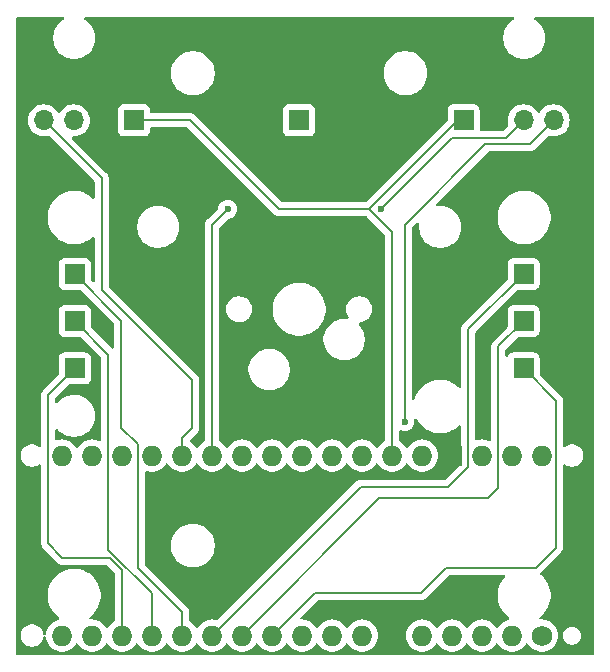
<source format=gbr>
%TF.GenerationSoftware,KiCad,Pcbnew,8.0.8*%
%TF.CreationDate,2025-02-27T04:46:11-05:00*%
%TF.ProjectId,modular_sdvx_pcb,6d6f6475-6c61-4725-9f73-6476785f7063,rev?*%
%TF.SameCoordinates,Original*%
%TF.FileFunction,Copper,L1,Top*%
%TF.FilePolarity,Positive*%
%FSLAX46Y46*%
G04 Gerber Fmt 4.6, Leading zero omitted, Abs format (unit mm)*
G04 Created by KiCad (PCBNEW 8.0.8) date 2025-02-27 04:46:11*
%MOMM*%
%LPD*%
G01*
G04 APERTURE LIST*
%TA.AperFunction,ComponentPad*%
%ADD10O,1.700000X1.700000*%
%TD*%
%TA.AperFunction,ComponentPad*%
%ADD11R,1.700000X1.700000*%
%TD*%
%TA.AperFunction,ComponentPad*%
%ADD12O,1.727200X1.727200*%
%TD*%
%TA.AperFunction,ComponentPad*%
%ADD13C,1.727200*%
%TD*%
%TA.AperFunction,ComponentPad*%
%ADD14R,1.727200X1.727200*%
%TD*%
%TA.AperFunction,ViaPad*%
%ADD15C,0.600000*%
%TD*%
%TA.AperFunction,Conductor*%
%ADD16C,0.200000*%
%TD*%
G04 APERTURE END LIST*
D10*
%TO.P,ENC_R1,4,Pin_4*%
%TO.N,/ENC_R_B*%
X21540000Y16000000D03*
%TO.P,ENC_R1,3,Pin_3*%
%TO.N,/ENC_R_A*%
X19000000Y16000000D03*
%TO.P,ENC_R1,2,Pin_2*%
%TO.N,GND*%
X16460000Y16000000D03*
D11*
%TO.P,ENC_R1,1,Pin_1*%
%TO.N,/5V*%
X13920000Y16000000D03*
%TD*%
D10*
%TO.P,ENC_L1,4,Pin_4*%
%TO.N,/ENC_L_B*%
X-21620000Y16000000D03*
%TO.P,ENC_L1,3,Pin_3*%
%TO.N,/ENC_L_A*%
X-19080000Y16000000D03*
%TO.P,ENC_L1,2,Pin_2*%
%TO.N,GND*%
X-16540000Y16000000D03*
D11*
%TO.P,ENC_L1,1,Pin_1*%
%TO.N,/5V*%
X-14000000Y16000000D03*
%TD*%
%TO.P,SW_D_in1,1,Pin_1*%
%TO.N,Net-(SW_D_in1-Pin_1)*%
X-19000000Y3000000D03*
%TD*%
%TO.P,SW_B_in1,1,Pin_1*%
%TO.N,Net-(SW_B_in1-Pin_1)*%
X19000000Y-1000000D03*
%TD*%
%TO.P,SW_C_in1,1,Pin_1*%
%TO.N,Net-(A1-D7_INT4)*%
X19000000Y3000000D03*
%TD*%
%TO.P,SW_L_in1,1,Pin_1*%
%TO.N,Net-(SW_L_in1-Pin_1)*%
X-19000000Y-1000000D03*
%TD*%
%TO.P,SW_R_in1,1,Pin_1*%
%TO.N,Net-(SW_R_in1-Pin_1)*%
X-19000000Y-5000000D03*
%TD*%
%TO.P,SW_OUT1,1,Pin_1*%
%TO.N,Net-(SW_OUT1-Pin_1)*%
X0Y16000000D03*
%TD*%
%TO.P,SW_A_in1,1,Pin_1*%
%TO.N,Net-(SW_A_in1-Pin_1)*%
X19000000Y-5000000D03*
%TD*%
D12*
%TO.P,A1,VIN,VIN*%
%TO.N,unconnected-(A1-PadVIN)*%
X15480000Y-12380000D03*
%TO.P,A1,SS,SPI_CS*%
%TO.N,unconnected-(A1-SPI_CS-PadSS)*%
X18020000Y-27620000D03*
%TO.P,A1,SCK,SPI_SCK*%
%TO.N,unconnected-(A1-SPI_SCK-PadSCK)*%
X20560000Y-12380000D03*
%TO.P,A1,RST2,RESET*%
%TO.N,unconnected-(A1-RESET-PadRST2)*%
X10400000Y-27620000D03*
%TO.P,A1,RST1,RESET*%
%TO.N,unconnected-(A1-RESET-PadRST1)*%
X10400000Y-12380000D03*
D13*
%TO.P,A1,MOSI,SPI_MOSI*%
%TO.N,unconnected-(A1-SPI_MOSI-PadMOSI)*%
X20560000Y-27620000D03*
D12*
%TO.P,A1,MISO,SPI_MISO*%
%TO.N,unconnected-(A1-SPI_MISO-PadMISO)*%
X18020000Y-12380000D03*
D14*
%TO.P,A1,GND2,GND*%
%TO.N,GND*%
X7860000Y-27620000D03*
%TO.P,A1,GND1,GND*%
X12940000Y-12380000D03*
D12*
%TO.P,A1,D13,D13*%
%TO.N,unconnected-(A1-PadD13)*%
X-20080000Y-12380000D03*
%TO.P,A1,D12,D12*%
%TO.N,unconnected-(A1-PadD12)*%
X-20080000Y-27620000D03*
%TO.P,A1,D11,D11*%
%TO.N,unconnected-(A1-PadD11)*%
X-17540000Y-27620000D03*
%TO.P,A1,D10,D10*%
%TO.N,Net-(SW_R_in1-Pin_1)*%
X-15000000Y-27620000D03*
%TO.P,A1,D9,D9*%
%TO.N,Net-(SW_L_in1-Pin_1)*%
X-12460000Y-27620000D03*
%TO.P,A1,D8,D8*%
%TO.N,Net-(SW_D_in1-Pin_1)*%
X-9920000Y-27620000D03*
%TO.P,A1,D7,D7_INT4*%
%TO.N,Net-(A1-D7_INT4)*%
X-7380000Y-27620000D03*
%TO.P,A1,D6,D6*%
%TO.N,Net-(SW_B_in1-Pin_1)*%
X-4840000Y-27620000D03*
%TO.P,A1,D5,D5*%
%TO.N,Net-(SW_A_in1-Pin_1)*%
X-2300000Y-27620000D03*
%TO.P,A1,D4,D4*%
%TO.N,unconnected-(A1-PadD4)*%
X240000Y-27620000D03*
%TO.P,A1,D3,D3/SCL*%
%TO.N,unconnected-(A1-D3{slash}SCL-PadD3)*%
X2780000Y-27620000D03*
%TO.P,A1,D2,D2/SDA*%
%TO.N,unconnected-(A1-D2{slash}SDA-PadD2)*%
X5320000Y-27620000D03*
%TO.P,A1,D1,D1/TX*%
%TO.N,unconnected-(A1-D1{slash}TX-PadD1)*%
X15480000Y-27620000D03*
%TO.P,A1,D0,D0/RX*%
%TO.N,unconnected-(A1-D0{slash}RX-PadD0)*%
X12940000Y-27620000D03*
%TO.P,A1,AREF,AREF*%
%TO.N,unconnected-(A1-PadAREF)*%
X-15000000Y-12380000D03*
%TO.P,A1,A5,A5*%
%TO.N,unconnected-(A1-PadA5)*%
X240000Y-12380000D03*
%TO.P,A1,A4,A4*%
%TO.N,unconnected-(A1-PadA4)*%
X-2300000Y-12380000D03*
%TO.P,A1,A3,A3*%
%TO.N,/ENC_R_B*%
X-4840000Y-12380000D03*
%TO.P,A1,A2,A2*%
%TO.N,/ENC_R_A*%
X-7380000Y-12380000D03*
%TO.P,A1,A1,A1*%
%TO.N,/ENC_L_B*%
X-9920000Y-12380000D03*
%TO.P,A1,A0,A0*%
%TO.N,/ENC_L_A*%
X-12460000Y-12380000D03*
%TO.P,A1,5V,5V*%
%TO.N,/5V*%
X7860000Y-12380000D03*
%TO.P,A1,3V3,3.3V*%
%TO.N,unconnected-(A1-3.3V-Pad3V3)*%
X-17540000Y-12380000D03*
%TO.P,A1,*%
%TO.N,*%
X5320000Y-12380000D03*
X2780000Y-12380000D03*
%TD*%
D15*
%TO.N,/ENC_R_A*%
X-6050000Y8485000D03*
%TO.N,/ENC_R_B*%
X8950000Y-9515000D03*
%TO.N,/ENC_R_A*%
X6950000Y8485000D03*
%TD*%
D16*
%TO.N,/ENC_R_A*%
X12950000Y14485000D02*
X6950000Y8485000D01*
X17485000Y14485000D02*
X12950000Y14485000D01*
X19000000Y16000000D02*
X17485000Y14485000D01*
%TO.N,/ENC_R_B*%
X8950000Y7175000D02*
X8950000Y-9515000D01*
X15760000Y13985000D02*
X8950000Y7175000D01*
X19525000Y13985000D02*
X15760000Y13985000D01*
X21540000Y16000000D02*
X19525000Y13985000D01*
%TO.N,/5V*%
X13920000Y16000000D02*
X13465000Y16000000D01*
X13465000Y16000000D02*
X5950000Y8485000D01*
%TO.N,/ENC_L_B*%
X-9050000Y-6015000D02*
X-9050000Y-10015000D01*
X-16706100Y1641100D02*
X-9050000Y-6015000D01*
X-9050000Y-10015000D02*
X-9920000Y-10885000D01*
X-9920000Y-10885000D02*
X-9920000Y-12380000D01*
X-16706100Y11086100D02*
X-16706100Y1641100D01*
%TO.N,/5V*%
X-14000000Y16000000D02*
X-9221671Y16000000D01*
X5950000Y8485000D02*
X7860000Y6575000D01*
X-1706671Y8485000D02*
X5950000Y8485000D01*
%TO.N,Net-(SW_A_in1-Pin_1)*%
X10316100Y-24015000D02*
X1305000Y-24015000D01*
X21723600Y-7723600D02*
X21723600Y-20178375D01*
%TO.N,/ENC_L_B*%
X-21620000Y16000000D02*
X-16706100Y11086100D01*
%TO.N,Net-(SW_A_in1-Pin_1)*%
X21723600Y-20178375D02*
X20020875Y-21881100D01*
%TO.N,Net-(SW_R_in1-Pin_1)*%
X-21243600Y-7243600D02*
X-21243600Y-19821400D01*
X-21243600Y-19821400D02*
X-20050000Y-21015000D01*
X-15000000Y-22065000D02*
X-15000000Y-27620000D01*
%TO.N,Net-(SW_D_in1-Pin_1)*%
X-13623600Y-11441400D02*
X-13623600Y-21941400D01*
X-13623600Y-21941400D02*
X-9920000Y-25645000D01*
%TO.N,Net-(SW_R_in1-Pin_1)*%
X-19000000Y-5000000D02*
X-21243600Y-7243600D01*
%TO.N,Net-(SW_L_in1-Pin_1)*%
X-16163600Y-3836400D02*
X-16163600Y-20335714D01*
X-19000000Y-1000000D02*
X-16163600Y-3836400D01*
X-12460000Y-24039314D02*
X-12460000Y-27620000D01*
%TO.N,/5V*%
X-9221671Y16000000D02*
X-1706671Y8485000D01*
%TO.N,Net-(SW_B_in1-Pin_1)*%
X16856400Y-3143600D02*
X16856400Y-15108600D01*
X16856400Y-15108600D02*
X15950000Y-16015000D01*
X15950000Y-16015000D02*
X6765000Y-16015000D01*
X19000000Y-1000000D02*
X16856400Y-3143600D01*
%TO.N,Net-(A1-D7_INT4)*%
X19000000Y3000000D02*
X14316400Y-1683600D01*
%TO.N,Net-(SW_R_in1-Pin_1)*%
X-20050000Y-21015000D02*
X-16050000Y-21015000D01*
%TO.N,Net-(A1-D7_INT4)*%
X14316400Y-1683600D02*
X14316400Y-13330800D01*
X12632200Y-15015000D02*
X5225000Y-15015000D01*
%TO.N,Net-(SW_D_in1-Pin_1)*%
X-9920000Y-25645000D02*
X-9920000Y-27620000D01*
%TO.N,Net-(A1-D7_INT4)*%
X14316400Y-13330800D02*
X12632200Y-15015000D01*
%TO.N,Net-(SW_A_in1-Pin_1)*%
X20020875Y-21881100D02*
X12450000Y-21881100D01*
%TO.N,Net-(SW_B_in1-Pin_1)*%
X6765000Y-16015000D02*
X-4840000Y-27620000D01*
%TO.N,Net-(SW_D_in1-Pin_1)*%
X-19000000Y3000000D02*
X-15050000Y-950000D01*
%TO.N,Net-(SW_L_in1-Pin_1)*%
X-16163600Y-20335714D02*
X-12460000Y-24039314D01*
%TO.N,/ENC_R_A*%
X-6050000Y8485000D02*
X-7380000Y7155000D01*
%TO.N,Net-(SW_D_in1-Pin_1)*%
X-15050000Y-950000D02*
X-15050000Y-10015000D01*
%TO.N,/5V*%
X7860000Y6575000D02*
X7860000Y-12380000D01*
%TO.N,Net-(SW_A_in1-Pin_1)*%
X12450000Y-21881100D02*
X10316100Y-24015000D01*
X1305000Y-24015000D02*
X-2300000Y-27620000D01*
%TO.N,Net-(SW_D_in1-Pin_1)*%
X-15050000Y-10015000D02*
X-13623600Y-11441400D01*
%TO.N,/ENC_R_A*%
X-7380000Y7155000D02*
X-7380000Y-12380000D01*
%TO.N,Net-(A1-D7_INT4)*%
X5225000Y-15015000D02*
X-7380000Y-27620000D01*
%TO.N,Net-(SW_A_in1-Pin_1)*%
X19000000Y-5000000D02*
X21723600Y-7723600D01*
%TO.N,Net-(SW_R_in1-Pin_1)*%
X-16050000Y-21015000D02*
X-15000000Y-22065000D01*
%TD*%
%TA.AperFunction,Conductor*%
%TO.N,GND*%
G36*
X9934149Y-9267224D02*
G01*
X9971336Y-9307440D01*
X10067840Y-9474589D01*
X10067851Y-9474605D01*
X10246948Y-9708009D01*
X10246954Y-9708016D01*
X10454983Y-9916045D01*
X10454990Y-9916051D01*
X10568260Y-10002966D01*
X10688403Y-10095155D01*
X10688410Y-10095159D01*
X10943189Y-10242257D01*
X10943205Y-10242265D01*
X11215005Y-10354847D01*
X11215007Y-10354847D01*
X11215013Y-10354850D01*
X11499200Y-10430998D01*
X11790894Y-10469400D01*
X11790901Y-10469400D01*
X12085099Y-10469400D01*
X12085106Y-10469400D01*
X12376800Y-10430998D01*
X12660987Y-10354850D01*
X12794540Y-10299531D01*
X12932794Y-10242265D01*
X12932797Y-10242263D01*
X12932803Y-10242261D01*
X13187597Y-10095155D01*
X13421011Y-9916050D01*
X13425383Y-9911678D01*
X13504219Y-9832843D01*
X13565542Y-9799358D01*
X13635234Y-9804342D01*
X13691167Y-9846214D01*
X13715584Y-9911678D01*
X13715900Y-9920524D01*
X13715900Y-13030703D01*
X13696215Y-13097742D01*
X13679581Y-13118384D01*
X12419784Y-14378181D01*
X12358461Y-14411666D01*
X12332103Y-14414500D01*
X5311669Y-14414500D01*
X5311653Y-14414499D01*
X5304057Y-14414499D01*
X5145943Y-14414499D01*
X5038587Y-14443265D01*
X4993210Y-14455424D01*
X4993209Y-14455425D01*
X4943096Y-14484359D01*
X4943095Y-14484360D01*
X4899689Y-14509420D01*
X4856285Y-14534479D01*
X4856282Y-14534481D01*
X4744478Y-14646286D01*
X-6883808Y-26274573D01*
X-6945131Y-26308058D01*
X-7011747Y-26304175D01*
X-7043984Y-26293109D01*
X-7192640Y-26268303D01*
X-7266967Y-26255900D01*
X-7493033Y-26255900D01*
X-7548778Y-26265202D01*
X-7716017Y-26293109D01*
X-7929827Y-26366510D01*
X-7929832Y-26366512D01*
X-8102390Y-26459896D01*
X-8128649Y-26474107D01*
X-8307046Y-26612960D01*
X-8307048Y-26612962D01*
X-8307049Y-26612963D01*
X-8460149Y-26779272D01*
X-8460157Y-26779283D01*
X-8546192Y-26910968D01*
X-8599338Y-26956325D01*
X-8668570Y-26965748D01*
X-8731905Y-26936246D01*
X-8753808Y-26910968D01*
X-8839842Y-26779283D01*
X-8839850Y-26779272D01*
X-8992950Y-26612963D01*
X-8992955Y-26612958D01*
X-9171349Y-26474108D01*
X-9171354Y-26474104D01*
X-9254519Y-26429097D01*
X-9304109Y-26379877D01*
X-9319500Y-26320043D01*
X-9319500Y-25565943D01*
X-9360423Y-25413216D01*
X-9360426Y-25413209D01*
X-9439475Y-25276290D01*
X-9439481Y-25276282D01*
X-12986781Y-21728983D01*
X-13020266Y-21667660D01*
X-13023100Y-21641302D01*
X-13023100Y-19878712D01*
X-10850500Y-19878712D01*
X-10850500Y-20121288D01*
X-10818838Y-20361789D01*
X-10756054Y-20596100D01*
X-10663224Y-20820212D01*
X-10541936Y-21030289D01*
X-10394265Y-21222738D01*
X-10222738Y-21394265D01*
X-10030289Y-21541936D01*
X-9820212Y-21663224D01*
X-9596100Y-21756054D01*
X-9361789Y-21818838D01*
X-9169388Y-21844167D01*
X-9121289Y-21850500D01*
X-9121288Y-21850500D01*
X-8878711Y-21850500D01*
X-8818586Y-21842584D01*
X-8638211Y-21818838D01*
X-8403900Y-21756054D01*
X-8179788Y-21663224D01*
X-7969711Y-21541936D01*
X-7890321Y-21481018D01*
X-7777263Y-21394266D01*
X-7777256Y-21394260D01*
X-7605739Y-21222743D01*
X-7605733Y-21222736D01*
X-7458067Y-21030293D01*
X-7458066Y-21030292D01*
X-7458064Y-21030289D01*
X-7336776Y-20820212D01*
X-7336773Y-20820205D01*
X-7243947Y-20596104D01*
X-7181161Y-20361785D01*
X-7149500Y-20121288D01*
X-7149500Y-19878711D01*
X-7181161Y-19638214D01*
X-7243947Y-19403895D01*
X-7336773Y-19179794D01*
X-7336777Y-19179785D01*
X-7458067Y-18969706D01*
X-7605733Y-18777263D01*
X-7605739Y-18777256D01*
X-7777256Y-18605739D01*
X-7777263Y-18605733D01*
X-7969706Y-18458067D01*
X-8179785Y-18336777D01*
X-8179794Y-18336773D01*
X-8403895Y-18243947D01*
X-8638214Y-18181161D01*
X-8878711Y-18149500D01*
X-8878712Y-18149500D01*
X-9121288Y-18149500D01*
X-9121289Y-18149500D01*
X-9361785Y-18181161D01*
X-9596104Y-18243947D01*
X-9820205Y-18336773D01*
X-9820212Y-18336776D01*
X-10030289Y-18458064D01*
X-10030292Y-18458066D01*
X-10030293Y-18458067D01*
X-10222736Y-18605733D01*
X-10222743Y-18605739D01*
X-10394260Y-18777256D01*
X-10394265Y-18777262D01*
X-10541936Y-18969711D01*
X-10663224Y-19179788D01*
X-10756054Y-19403900D01*
X-10818838Y-19638211D01*
X-10850500Y-19878712D01*
X-13023100Y-19878712D01*
X-13023100Y-13802605D01*
X-13003415Y-13735566D01*
X-12950611Y-13689811D01*
X-12881453Y-13679867D01*
X-12858836Y-13685324D01*
X-12796014Y-13706891D01*
X-12573033Y-13744100D01*
X-12573032Y-13744100D01*
X-12346968Y-13744100D01*
X-12346967Y-13744100D01*
X-12123986Y-13706891D01*
X-12123984Y-13706890D01*
X-12123982Y-13706890D01*
X-11910172Y-13633489D01*
X-11910169Y-13633488D01*
X-11909699Y-13633234D01*
X-11837686Y-13594262D01*
X-11711351Y-13525893D01*
X-11532954Y-13387040D01*
X-11532950Y-13387036D01*
X-11379850Y-13220727D01*
X-11379849Y-13220724D01*
X-11379844Y-13220719D01*
X-11293806Y-13089028D01*
X-11240662Y-13043675D01*
X-11171431Y-13034251D01*
X-11108095Y-13063753D01*
X-11086195Y-13089025D01*
X-11000156Y-13220719D01*
X-11000149Y-13220726D01*
X-11000149Y-13220727D01*
X-10985441Y-13236704D01*
X-10847046Y-13387040D01*
X-10668649Y-13525893D01*
X-10469831Y-13633488D01*
X-10256014Y-13706891D01*
X-10033033Y-13744100D01*
X-10033032Y-13744100D01*
X-9806968Y-13744100D01*
X-9806967Y-13744100D01*
X-9583986Y-13706891D01*
X-9583984Y-13706890D01*
X-9583982Y-13706890D01*
X-9370172Y-13633489D01*
X-9370169Y-13633488D01*
X-9369699Y-13633234D01*
X-9297686Y-13594262D01*
X-9171351Y-13525893D01*
X-8992954Y-13387040D01*
X-8992950Y-13387036D01*
X-8839850Y-13220727D01*
X-8839849Y-13220724D01*
X-8839844Y-13220719D01*
X-8753806Y-13089028D01*
X-8700662Y-13043675D01*
X-8631431Y-13034251D01*
X-8568095Y-13063753D01*
X-8546195Y-13089025D01*
X-8460156Y-13220719D01*
X-8460149Y-13220726D01*
X-8460149Y-13220727D01*
X-8445441Y-13236704D01*
X-8307046Y-13387040D01*
X-8128649Y-13525893D01*
X-7929831Y-13633488D01*
X-7716014Y-13706891D01*
X-7493033Y-13744100D01*
X-7493032Y-13744100D01*
X-7266968Y-13744100D01*
X-7266967Y-13744100D01*
X-7043986Y-13706891D01*
X-7043984Y-13706890D01*
X-7043982Y-13706890D01*
X-6830172Y-13633489D01*
X-6830169Y-13633488D01*
X-6829699Y-13633234D01*
X-6757686Y-13594262D01*
X-6631351Y-13525893D01*
X-6452954Y-13387040D01*
X-6452950Y-13387036D01*
X-6299850Y-13220727D01*
X-6299849Y-13220724D01*
X-6299844Y-13220719D01*
X-6213806Y-13089028D01*
X-6160662Y-13043675D01*
X-6091431Y-13034251D01*
X-6028095Y-13063753D01*
X-6006195Y-13089025D01*
X-5920156Y-13220719D01*
X-5920149Y-13220726D01*
X-5920149Y-13220727D01*
X-5905441Y-13236704D01*
X-5767046Y-13387040D01*
X-5588649Y-13525893D01*
X-5389831Y-13633488D01*
X-5176014Y-13706891D01*
X-4953033Y-13744100D01*
X-4953032Y-13744100D01*
X-4726968Y-13744100D01*
X-4726967Y-13744100D01*
X-4503986Y-13706891D01*
X-4503984Y-13706890D01*
X-4503982Y-13706890D01*
X-4290172Y-13633489D01*
X-4290169Y-13633488D01*
X-4289699Y-13633234D01*
X-4217686Y-13594262D01*
X-4091351Y-13525893D01*
X-3912954Y-13387040D01*
X-3912950Y-13387036D01*
X-3759850Y-13220727D01*
X-3759849Y-13220724D01*
X-3759844Y-13220719D01*
X-3673806Y-13089028D01*
X-3620662Y-13043675D01*
X-3551431Y-13034251D01*
X-3488095Y-13063753D01*
X-3466195Y-13089025D01*
X-3380156Y-13220719D01*
X-3380149Y-13220726D01*
X-3380149Y-13220727D01*
X-3365441Y-13236704D01*
X-3227046Y-13387040D01*
X-3048649Y-13525893D01*
X-2849831Y-13633488D01*
X-2636014Y-13706891D01*
X-2413033Y-13744100D01*
X-2413032Y-13744100D01*
X-2186968Y-13744100D01*
X-2186967Y-13744100D01*
X-1963986Y-13706891D01*
X-1963984Y-13706890D01*
X-1963982Y-13706890D01*
X-1750172Y-13633489D01*
X-1750169Y-13633488D01*
X-1749699Y-13633234D01*
X-1677686Y-13594262D01*
X-1551351Y-13525893D01*
X-1372954Y-13387040D01*
X-1372950Y-13387036D01*
X-1219850Y-13220727D01*
X-1219849Y-13220724D01*
X-1219844Y-13220719D01*
X-1133806Y-13089028D01*
X-1080662Y-13043675D01*
X-1011431Y-13034251D01*
X-948095Y-13063753D01*
X-926195Y-13089025D01*
X-840156Y-13220719D01*
X-840149Y-13220726D01*
X-840149Y-13220727D01*
X-825441Y-13236704D01*
X-687046Y-13387040D01*
X-508649Y-13525893D01*
X-309831Y-13633488D01*
X-96014Y-13706891D01*
X126967Y-13744100D01*
X126968Y-13744100D01*
X353032Y-13744100D01*
X353033Y-13744100D01*
X576014Y-13706891D01*
X789831Y-13633488D01*
X988649Y-13525893D01*
X1167046Y-13387040D01*
X1305441Y-13236704D01*
X1320149Y-13220727D01*
X1320149Y-13220726D01*
X1320156Y-13220719D01*
X1406193Y-13089028D01*
X1459338Y-13043675D01*
X1528569Y-13034251D01*
X1591905Y-13063753D01*
X1613804Y-13089025D01*
X1699844Y-13220719D01*
X1699849Y-13220724D01*
X1699850Y-13220727D01*
X1852950Y-13387036D01*
X1852954Y-13387040D01*
X2031351Y-13525893D01*
X2157686Y-13594262D01*
X2229699Y-13633234D01*
X2230169Y-13633488D01*
X2230172Y-13633489D01*
X2443982Y-13706890D01*
X2443984Y-13706890D01*
X2443986Y-13706891D01*
X2666967Y-13744100D01*
X2666968Y-13744100D01*
X2893032Y-13744100D01*
X2893033Y-13744100D01*
X3116014Y-13706891D01*
X3329831Y-13633488D01*
X3528649Y-13525893D01*
X3707046Y-13387040D01*
X3845441Y-13236704D01*
X3860149Y-13220727D01*
X3860149Y-13220726D01*
X3860156Y-13220719D01*
X3946193Y-13089028D01*
X3999338Y-13043675D01*
X4068569Y-13034251D01*
X4131905Y-13063753D01*
X4153804Y-13089025D01*
X4239844Y-13220719D01*
X4239849Y-13220724D01*
X4239850Y-13220727D01*
X4392950Y-13387036D01*
X4392954Y-13387040D01*
X4571351Y-13525893D01*
X4697686Y-13594262D01*
X4769699Y-13633234D01*
X4770169Y-13633488D01*
X4770172Y-13633489D01*
X4983982Y-13706890D01*
X4983984Y-13706890D01*
X4983986Y-13706891D01*
X5206967Y-13744100D01*
X5206968Y-13744100D01*
X5433032Y-13744100D01*
X5433033Y-13744100D01*
X5656014Y-13706891D01*
X5869831Y-13633488D01*
X6068649Y-13525893D01*
X6247046Y-13387040D01*
X6385441Y-13236704D01*
X6400149Y-13220727D01*
X6400149Y-13220726D01*
X6400156Y-13220719D01*
X6486193Y-13089028D01*
X6539338Y-13043675D01*
X6608569Y-13034251D01*
X6671905Y-13063753D01*
X6693804Y-13089025D01*
X6779844Y-13220719D01*
X6779849Y-13220724D01*
X6779850Y-13220727D01*
X6932950Y-13387036D01*
X6932954Y-13387040D01*
X7111351Y-13525893D01*
X7237686Y-13594262D01*
X7309699Y-13633234D01*
X7310169Y-13633488D01*
X7310172Y-13633489D01*
X7523982Y-13706890D01*
X7523984Y-13706890D01*
X7523986Y-13706891D01*
X7746967Y-13744100D01*
X7746968Y-13744100D01*
X7973032Y-13744100D01*
X7973033Y-13744100D01*
X8196014Y-13706891D01*
X8409831Y-13633488D01*
X8608649Y-13525893D01*
X8787046Y-13387040D01*
X8925441Y-13236704D01*
X8940149Y-13220727D01*
X8940149Y-13220726D01*
X8940156Y-13220719D01*
X9026193Y-13089028D01*
X9079338Y-13043675D01*
X9148569Y-13034251D01*
X9211905Y-13063753D01*
X9233804Y-13089025D01*
X9319844Y-13220719D01*
X9319849Y-13220724D01*
X9319850Y-13220727D01*
X9472950Y-13387036D01*
X9472954Y-13387040D01*
X9651351Y-13525893D01*
X9777686Y-13594262D01*
X9849699Y-13633234D01*
X9850169Y-13633488D01*
X9850172Y-13633489D01*
X10063982Y-13706890D01*
X10063984Y-13706890D01*
X10063986Y-13706891D01*
X10286967Y-13744100D01*
X10286968Y-13744100D01*
X10513032Y-13744100D01*
X10513033Y-13744100D01*
X10736014Y-13706891D01*
X10949831Y-13633488D01*
X11148649Y-13525893D01*
X11327046Y-13387040D01*
X11465441Y-13236704D01*
X11480149Y-13220727D01*
X11480151Y-13220724D01*
X11480156Y-13220719D01*
X11603802Y-13031465D01*
X11694611Y-12824441D01*
X11750107Y-12605293D01*
X11768775Y-12380000D01*
X11768775Y-12379993D01*
X11750107Y-12154710D01*
X11750107Y-12154707D01*
X11694611Y-11935559D01*
X11603802Y-11728535D01*
X11480156Y-11539281D01*
X11480153Y-11539278D01*
X11480149Y-11539272D01*
X11327049Y-11372963D01*
X11327048Y-11372962D01*
X11327046Y-11372960D01*
X11148649Y-11234107D01*
X11065478Y-11189097D01*
X10949832Y-11126512D01*
X10949827Y-11126510D01*
X10736017Y-11053109D01*
X10564168Y-11024433D01*
X10513033Y-11015900D01*
X10286967Y-11015900D01*
X10242370Y-11023341D01*
X10063982Y-11053109D01*
X9850172Y-11126510D01*
X9850167Y-11126512D01*
X9651352Y-11234106D01*
X9472955Y-11372959D01*
X9472950Y-11372963D01*
X9319850Y-11539272D01*
X9319842Y-11539283D01*
X9233808Y-11670968D01*
X9180662Y-11716325D01*
X9111430Y-11725748D01*
X9048095Y-11696246D01*
X9026192Y-11670968D01*
X8940157Y-11539283D01*
X8940149Y-11539272D01*
X8787049Y-11372963D01*
X8787044Y-11372958D01*
X8608650Y-11234108D01*
X8608645Y-11234104D01*
X8525481Y-11189097D01*
X8475891Y-11139877D01*
X8460500Y-11080043D01*
X8460500Y-10366570D01*
X8480185Y-10299531D01*
X8532989Y-10253776D01*
X8602147Y-10243832D01*
X8625455Y-10249529D01*
X8770737Y-10300366D01*
X8770743Y-10300367D01*
X8770745Y-10300368D01*
X8770746Y-10300368D01*
X8770750Y-10300369D01*
X8949996Y-10320565D01*
X8950000Y-10320565D01*
X8950004Y-10320565D01*
X9129249Y-10300369D01*
X9129252Y-10300368D01*
X9129255Y-10300368D01*
X9299522Y-10240789D01*
X9452262Y-10144816D01*
X9579816Y-10017262D01*
X9675789Y-9864522D01*
X9735368Y-9694255D01*
X9746571Y-9594825D01*
X9755565Y-9515003D01*
X9755565Y-9514997D01*
X9740729Y-9383324D01*
X9752783Y-9314502D01*
X9800132Y-9263122D01*
X9867743Y-9245498D01*
X9934149Y-9267224D01*
G37*
%TD.AperFunction*%
%TA.AperFunction,Conductor*%
G36*
X-19938530Y24729815D02*
G01*
X-19892775Y24677011D01*
X-19882831Y24607853D01*
X-19911856Y24544297D01*
X-19943569Y24518113D01*
X-20037974Y24463608D01*
X-20222519Y24322002D01*
X-20387002Y24157519D01*
X-20528608Y23972974D01*
X-20644915Y23771525D01*
X-20733932Y23556618D01*
X-20794137Y23331930D01*
X-20824500Y23101307D01*
X-20824500Y22868693D01*
X-20794137Y22638070D01*
X-20733932Y22413382D01*
X-20733931Y22413379D01*
X-20644916Y22198478D01*
X-20644911Y22198467D01*
X-20535915Y22009682D01*
X-20528608Y21997026D01*
X-20528601Y21997017D01*
X-20387003Y21812482D01*
X-20386997Y21812475D01*
X-20222524Y21648002D01*
X-20222517Y21647996D01*
X-20084296Y21541936D01*
X-20037974Y21506392D01*
X-20037969Y21506389D01*
X-20037966Y21506387D01*
X-19836532Y21390088D01*
X-19836521Y21390083D01*
X-19621620Y21301068D01*
X-19509274Y21270965D01*
X-19396930Y21240863D01*
X-19345680Y21234115D01*
X-19166314Y21210500D01*
X-19166307Y21210500D01*
X-18933685Y21210500D01*
X-18728694Y21237489D01*
X-18703070Y21240863D01*
X-18646898Y21255914D01*
X-18478379Y21301068D01*
X-18263478Y21390083D01*
X-18263467Y21390088D01*
X-18062033Y21506387D01*
X-18062017Y21506398D01*
X-17877482Y21647996D01*
X-17877475Y21648002D01*
X-17713002Y21812475D01*
X-17712996Y21812482D01*
X-17571398Y21997017D01*
X-17571387Y21997033D01*
X-17455088Y22198467D01*
X-17455083Y22198478D01*
X-17366068Y22413379D01*
X-17305863Y22638071D01*
X-17275500Y22868685D01*
X-17275500Y23101314D01*
X-17305863Y23331928D01*
X-17305863Y23331930D01*
X-17335965Y23444274D01*
X-17366068Y23556620D01*
X-17455083Y23771521D01*
X-17455088Y23771532D01*
X-17571387Y23972966D01*
X-17571389Y23972969D01*
X-17571392Y23972974D01*
X-17712998Y24157519D01*
X-17713002Y24157524D01*
X-17877475Y24321997D01*
X-17877482Y24322003D01*
X-18062017Y24463601D01*
X-18062026Y24463608D01*
X-18156431Y24518113D01*
X-18204647Y24568680D01*
X-18217869Y24637287D01*
X-18191901Y24702152D01*
X-18134987Y24742680D01*
X-18094431Y24749500D01*
X18094431Y24749500D01*
X18161470Y24729815D01*
X18207225Y24677011D01*
X18217169Y24607853D01*
X18188144Y24544297D01*
X18156431Y24518113D01*
X18062026Y24463608D01*
X18062017Y24463601D01*
X17877482Y24322003D01*
X17877475Y24321997D01*
X17713002Y24157524D01*
X17712998Y24157519D01*
X17571392Y23972974D01*
X17571389Y23972969D01*
X17571387Y23972966D01*
X17455088Y23771532D01*
X17455083Y23771521D01*
X17366068Y23556620D01*
X17335965Y23444274D01*
X17305863Y23331930D01*
X17305863Y23331928D01*
X17275500Y23101314D01*
X17275500Y22868685D01*
X17305863Y22638071D01*
X17366068Y22413379D01*
X17455083Y22198478D01*
X17455088Y22198467D01*
X17571387Y21997033D01*
X17571398Y21997017D01*
X17712996Y21812482D01*
X17713002Y21812475D01*
X17877475Y21648002D01*
X17877482Y21647996D01*
X18062017Y21506398D01*
X18062033Y21506387D01*
X18263467Y21390088D01*
X18263478Y21390083D01*
X18478379Y21301068D01*
X18646898Y21255914D01*
X18703070Y21240863D01*
X18728694Y21237489D01*
X18933685Y21210500D01*
X18933693Y21210500D01*
X19166314Y21210500D01*
X19345680Y21234115D01*
X19396930Y21240863D01*
X19509274Y21270965D01*
X19621620Y21301068D01*
X19836521Y21390083D01*
X19836532Y21390088D01*
X20037966Y21506387D01*
X20037969Y21506389D01*
X20037974Y21506392D01*
X20084296Y21541936D01*
X20222517Y21647996D01*
X20222524Y21648002D01*
X20386997Y21812475D01*
X20387003Y21812482D01*
X20528601Y21997017D01*
X20528608Y21997026D01*
X20535915Y22009682D01*
X20644911Y22198467D01*
X20644916Y22198478D01*
X20733931Y22413379D01*
X20733932Y22413382D01*
X20794137Y22638070D01*
X20824500Y22868693D01*
X20824500Y23101307D01*
X20794137Y23331930D01*
X20733932Y23556618D01*
X20644915Y23771525D01*
X20528608Y23972974D01*
X20387002Y24157519D01*
X20222519Y24322002D01*
X20037974Y24463608D01*
X19943569Y24518113D01*
X19895353Y24568680D01*
X19882131Y24637287D01*
X19908099Y24702152D01*
X19965013Y24742680D01*
X20005569Y24749500D01*
X24875500Y24749500D01*
X24942539Y24729815D01*
X24988294Y24677011D01*
X24999500Y24625500D01*
X24999500Y-29125500D01*
X24979815Y-29192539D01*
X24927011Y-29238294D01*
X24875500Y-29249500D01*
X-23875500Y-29249500D01*
X-23942539Y-29229815D01*
X-23988294Y-29177011D01*
X-23999500Y-29125500D01*
X-23999500Y-12286384D01*
X-23570500Y-12286384D01*
X-23570500Y-12473616D01*
X-23533973Y-12657251D01*
X-23462322Y-12830231D01*
X-23358302Y-12985908D01*
X-23225908Y-13118302D01*
X-23070231Y-13222322D01*
X-22897251Y-13293973D01*
X-22713618Y-13330499D01*
X-22713617Y-13330500D01*
X-22713616Y-13330500D01*
X-22526383Y-13330500D01*
X-22526379Y-13330499D01*
X-22342749Y-13293973D01*
X-22169769Y-13222322D01*
X-22036989Y-13133601D01*
X-21970314Y-13112724D01*
X-21902934Y-13131208D01*
X-21856243Y-13183187D01*
X-21844100Y-13236704D01*
X-21844100Y-19734730D01*
X-21844101Y-19734748D01*
X-21844101Y-19742343D01*
X-21844101Y-19900457D01*
X-21803177Y-20053185D01*
X-21776542Y-20099317D01*
X-21724120Y-20190116D01*
X-21612316Y-20301920D01*
X-21612314Y-20301920D01*
X-21602111Y-20312124D01*
X-21602106Y-20312128D01*
X-20540728Y-21373506D01*
X-20540724Y-21373511D01*
X-20530520Y-21383714D01*
X-20530520Y-21383716D01*
X-20418716Y-21495520D01*
X-20338320Y-21541936D01*
X-20281785Y-21574577D01*
X-20129058Y-21615500D01*
X-20129057Y-21615500D01*
X-16350097Y-21615500D01*
X-16283058Y-21635185D01*
X-16262416Y-21651819D01*
X-15636819Y-22277416D01*
X-15603334Y-22338739D01*
X-15600500Y-22365097D01*
X-15600500Y-26320043D01*
X-15620185Y-26387082D01*
X-15665481Y-26429097D01*
X-15748645Y-26474104D01*
X-15748650Y-26474108D01*
X-15927044Y-26612958D01*
X-15927049Y-26612963D01*
X-16080149Y-26779272D01*
X-16080157Y-26779283D01*
X-16166192Y-26910968D01*
X-16219338Y-26956325D01*
X-16288570Y-26965748D01*
X-16351905Y-26936246D01*
X-16373808Y-26910968D01*
X-16459842Y-26779283D01*
X-16459850Y-26779272D01*
X-16612950Y-26612963D01*
X-16612955Y-26612959D01*
X-16791352Y-26474106D01*
X-16990167Y-26366512D01*
X-16990172Y-26366510D01*
X-17203982Y-26293109D01*
X-17382370Y-26263341D01*
X-17426967Y-26255900D01*
X-17644598Y-26255900D01*
X-17711637Y-26236215D01*
X-17757392Y-26183411D01*
X-17767336Y-26114253D01*
X-17738311Y-26050697D01*
X-17720084Y-26033524D01*
X-17566990Y-25916051D01*
X-17566983Y-25916045D01*
X-17358954Y-25708016D01*
X-17358948Y-25708009D01*
X-17179851Y-25474605D01*
X-17179840Y-25474589D01*
X-17032742Y-25219810D01*
X-17032734Y-25219794D01*
X-16920152Y-24947994D01*
X-16862104Y-24731359D01*
X-16844002Y-24663800D01*
X-16842424Y-24651819D01*
X-16805601Y-24372116D01*
X-16805600Y-24372099D01*
X-16805600Y-24077900D01*
X-16805601Y-24077883D01*
X-16844001Y-23786203D01*
X-16920152Y-23502005D01*
X-17032734Y-23230205D01*
X-17032742Y-23230189D01*
X-17179840Y-22975410D01*
X-17179851Y-22975394D01*
X-17358948Y-22741990D01*
X-17358954Y-22741983D01*
X-17566983Y-22533954D01*
X-17566990Y-22533948D01*
X-17800394Y-22354851D01*
X-17800410Y-22354840D01*
X-18055189Y-22207742D01*
X-18055205Y-22207734D01*
X-18327005Y-22095152D01*
X-18611203Y-22019001D01*
X-18902883Y-21980601D01*
X-18902888Y-21980600D01*
X-18902894Y-21980600D01*
X-19197106Y-21980600D01*
X-19197111Y-21980600D01*
X-19197116Y-21980601D01*
X-19488796Y-22019001D01*
X-19772994Y-22095152D01*
X-20044794Y-22207734D01*
X-20044810Y-22207742D01*
X-20299589Y-22354840D01*
X-20299592Y-22354842D01*
X-20299597Y-22354845D01*
X-20299603Y-22354849D01*
X-20299605Y-22354851D01*
X-20533009Y-22533948D01*
X-20533016Y-22533954D01*
X-20741045Y-22741983D01*
X-20741050Y-22741989D01*
X-20920155Y-22975403D01*
X-20920159Y-22975410D01*
X-21067257Y-23230189D01*
X-21067265Y-23230205D01*
X-21179847Y-23502005D01*
X-21179850Y-23502013D01*
X-21255998Y-23786200D01*
X-21294400Y-24077894D01*
X-21294400Y-24372106D01*
X-21255998Y-24663800D01*
X-21179850Y-24947987D01*
X-21179847Y-24947994D01*
X-21090177Y-25164480D01*
X-21067261Y-25219803D01*
X-20920155Y-25474597D01*
X-20741050Y-25708011D01*
X-20533011Y-25916050D01*
X-20334884Y-26068077D01*
X-20293683Y-26124504D01*
X-20289528Y-26194250D01*
X-20323740Y-26255170D01*
X-20385457Y-26287923D01*
X-20389960Y-26288760D01*
X-20416010Y-26293107D01*
X-20416015Y-26293108D01*
X-20629827Y-26366510D01*
X-20629832Y-26366512D01*
X-20802390Y-26459896D01*
X-20828649Y-26474107D01*
X-21007046Y-26612960D01*
X-21007048Y-26612962D01*
X-21007049Y-26612963D01*
X-21160149Y-26779272D01*
X-21160157Y-26779283D01*
X-21232916Y-26890649D01*
X-21283802Y-26968535D01*
X-21374611Y-27175559D01*
X-21430107Y-27394707D01*
X-21435287Y-27457226D01*
X-21460439Y-27522408D01*
X-21516840Y-27563647D01*
X-21586584Y-27567847D01*
X-21647526Y-27533673D01*
X-21680318Y-27471977D01*
X-21680480Y-27471177D01*
X-21706025Y-27342754D01*
X-21706027Y-27342748D01*
X-21777676Y-27169771D01*
X-21777681Y-27169762D01*
X-21881697Y-27014092D01*
X-21881700Y-27014088D01*
X-22014088Y-26881700D01*
X-22014092Y-26881697D01*
X-22169762Y-26777681D01*
X-22169771Y-26777676D01*
X-22342748Y-26706027D01*
X-22342756Y-26706025D01*
X-22526379Y-26669500D01*
X-22526384Y-26669500D01*
X-22713616Y-26669500D01*
X-22713620Y-26669500D01*
X-22897243Y-26706025D01*
X-22897251Y-26706027D01*
X-23070228Y-26777676D01*
X-23070237Y-26777681D01*
X-23225907Y-26881697D01*
X-23225911Y-26881700D01*
X-23358299Y-27014088D01*
X-23358302Y-27014092D01*
X-23462318Y-27169762D01*
X-23462321Y-27169768D01*
X-23462322Y-27169769D01*
X-23533973Y-27342749D01*
X-23570500Y-27526384D01*
X-23570500Y-27713616D01*
X-23533973Y-27897251D01*
X-23462322Y-28070231D01*
X-23358302Y-28225908D01*
X-23225908Y-28358302D01*
X-23070231Y-28462322D01*
X-22897251Y-28533973D01*
X-22713618Y-28570499D01*
X-22713617Y-28570500D01*
X-22713616Y-28570500D01*
X-22526383Y-28570500D01*
X-22526379Y-28570499D01*
X-22342749Y-28533973D01*
X-22169769Y-28462322D01*
X-22169768Y-28462321D01*
X-22169762Y-28462318D01*
X-22014092Y-28358302D01*
X-22014088Y-28358299D01*
X-21881700Y-28225911D01*
X-21881697Y-28225907D01*
X-21777681Y-28070237D01*
X-21777676Y-28070228D01*
X-21706027Y-27897251D01*
X-21706025Y-27897245D01*
X-21680480Y-27768822D01*
X-21648095Y-27706911D01*
X-21587379Y-27672337D01*
X-21517610Y-27676077D01*
X-21460938Y-27716944D01*
X-21435356Y-27781962D01*
X-21435319Y-27782386D01*
X-21430107Y-27845293D01*
X-21374611Y-28064441D01*
X-21283802Y-28271465D01*
X-21160156Y-28460719D01*
X-21160151Y-28460724D01*
X-21160149Y-28460727D01*
X-21106832Y-28518643D01*
X-21007046Y-28627040D01*
X-20828649Y-28765893D01*
X-20629831Y-28873488D01*
X-20416014Y-28946891D01*
X-20193033Y-28984100D01*
X-20193032Y-28984100D01*
X-19966968Y-28984100D01*
X-19966967Y-28984100D01*
X-19743986Y-28946891D01*
X-19743984Y-28946890D01*
X-19743982Y-28946890D01*
X-19530172Y-28873489D01*
X-19530169Y-28873488D01*
X-19331351Y-28765893D01*
X-19152954Y-28627040D01*
X-19152950Y-28627036D01*
X-18999850Y-28460727D01*
X-18999849Y-28460724D01*
X-18999844Y-28460719D01*
X-18913806Y-28329028D01*
X-18860662Y-28283675D01*
X-18791431Y-28274251D01*
X-18728095Y-28303753D01*
X-18706195Y-28329025D01*
X-18620156Y-28460719D01*
X-18620149Y-28460726D01*
X-18620149Y-28460727D01*
X-18566832Y-28518643D01*
X-18467046Y-28627040D01*
X-18288649Y-28765893D01*
X-18089831Y-28873488D01*
X-17876014Y-28946891D01*
X-17653033Y-28984100D01*
X-17653032Y-28984100D01*
X-17426968Y-28984100D01*
X-17426967Y-28984100D01*
X-17203986Y-28946891D01*
X-17203984Y-28946890D01*
X-17203982Y-28946890D01*
X-16990172Y-28873489D01*
X-16990169Y-28873488D01*
X-16791351Y-28765893D01*
X-16612954Y-28627040D01*
X-16612950Y-28627036D01*
X-16459850Y-28460727D01*
X-16459849Y-28460724D01*
X-16459844Y-28460719D01*
X-16373806Y-28329028D01*
X-16320662Y-28283675D01*
X-16251431Y-28274251D01*
X-16188095Y-28303753D01*
X-16166195Y-28329025D01*
X-16080156Y-28460719D01*
X-16080149Y-28460726D01*
X-16080149Y-28460727D01*
X-16026832Y-28518643D01*
X-15927046Y-28627040D01*
X-15748649Y-28765893D01*
X-15549831Y-28873488D01*
X-15336014Y-28946891D01*
X-15113033Y-28984100D01*
X-15113032Y-28984100D01*
X-14886968Y-28984100D01*
X-14886967Y-28984100D01*
X-14663986Y-28946891D01*
X-14663984Y-28946890D01*
X-14663982Y-28946890D01*
X-14450172Y-28873489D01*
X-14450169Y-28873488D01*
X-14251351Y-28765893D01*
X-14072954Y-28627040D01*
X-14072950Y-28627036D01*
X-13919850Y-28460727D01*
X-13919849Y-28460724D01*
X-13919844Y-28460719D01*
X-13833806Y-28329028D01*
X-13780662Y-28283675D01*
X-13711431Y-28274251D01*
X-13648095Y-28303753D01*
X-13626195Y-28329025D01*
X-13540156Y-28460719D01*
X-13540149Y-28460726D01*
X-13540149Y-28460727D01*
X-13486832Y-28518643D01*
X-13387046Y-28627040D01*
X-13208649Y-28765893D01*
X-13009831Y-28873488D01*
X-12796014Y-28946891D01*
X-12573033Y-28984100D01*
X-12573032Y-28984100D01*
X-12346968Y-28984100D01*
X-12346967Y-28984100D01*
X-12123986Y-28946891D01*
X-12123984Y-28946890D01*
X-12123982Y-28946890D01*
X-11910172Y-28873489D01*
X-11910169Y-28873488D01*
X-11711351Y-28765893D01*
X-11532954Y-28627040D01*
X-11532950Y-28627036D01*
X-11379850Y-28460727D01*
X-11379849Y-28460724D01*
X-11379844Y-28460719D01*
X-11293806Y-28329028D01*
X-11240662Y-28283675D01*
X-11171431Y-28274251D01*
X-11108095Y-28303753D01*
X-11086195Y-28329025D01*
X-11000156Y-28460719D01*
X-11000149Y-28460726D01*
X-11000149Y-28460727D01*
X-10946832Y-28518643D01*
X-10847046Y-28627040D01*
X-10668649Y-28765893D01*
X-10469831Y-28873488D01*
X-10256014Y-28946891D01*
X-10033033Y-28984100D01*
X-10033032Y-28984100D01*
X-9806968Y-28984100D01*
X-9806967Y-28984100D01*
X-9583986Y-28946891D01*
X-9583984Y-28946890D01*
X-9583982Y-28946890D01*
X-9370172Y-28873489D01*
X-9370169Y-28873488D01*
X-9171351Y-28765893D01*
X-8992954Y-28627040D01*
X-8992950Y-28627036D01*
X-8839850Y-28460727D01*
X-8839849Y-28460724D01*
X-8839844Y-28460719D01*
X-8753806Y-28329028D01*
X-8700662Y-28283675D01*
X-8631431Y-28274251D01*
X-8568095Y-28303753D01*
X-8546195Y-28329025D01*
X-8460156Y-28460719D01*
X-8460149Y-28460726D01*
X-8460149Y-28460727D01*
X-8406832Y-28518643D01*
X-8307046Y-28627040D01*
X-8128649Y-28765893D01*
X-7929831Y-28873488D01*
X-7716014Y-28946891D01*
X-7493033Y-28984100D01*
X-7493032Y-28984100D01*
X-7266968Y-28984100D01*
X-7266967Y-28984100D01*
X-7043986Y-28946891D01*
X-7043984Y-28946890D01*
X-7043982Y-28946890D01*
X-6830172Y-28873489D01*
X-6830169Y-28873488D01*
X-6631351Y-28765893D01*
X-6452954Y-28627040D01*
X-6452950Y-28627036D01*
X-6299850Y-28460727D01*
X-6299849Y-28460724D01*
X-6299844Y-28460719D01*
X-6213806Y-28329028D01*
X-6160662Y-28283675D01*
X-6091431Y-28274251D01*
X-6028095Y-28303753D01*
X-6006195Y-28329025D01*
X-5920156Y-28460719D01*
X-5920149Y-28460726D01*
X-5920149Y-28460727D01*
X-5866832Y-28518643D01*
X-5767046Y-28627040D01*
X-5588649Y-28765893D01*
X-5389831Y-28873488D01*
X-5176014Y-28946891D01*
X-4953033Y-28984100D01*
X-4953032Y-28984100D01*
X-4726968Y-28984100D01*
X-4726967Y-28984100D01*
X-4503986Y-28946891D01*
X-4503984Y-28946890D01*
X-4503982Y-28946890D01*
X-4290172Y-28873489D01*
X-4290169Y-28873488D01*
X-4091351Y-28765893D01*
X-3912954Y-28627040D01*
X-3912950Y-28627036D01*
X-3759850Y-28460727D01*
X-3759849Y-28460724D01*
X-3759844Y-28460719D01*
X-3673806Y-28329028D01*
X-3620662Y-28283675D01*
X-3551431Y-28274251D01*
X-3488095Y-28303753D01*
X-3466195Y-28329025D01*
X-3380156Y-28460719D01*
X-3380149Y-28460726D01*
X-3380149Y-28460727D01*
X-3326832Y-28518643D01*
X-3227046Y-28627040D01*
X-3048649Y-28765893D01*
X-2849831Y-28873488D01*
X-2636014Y-28946891D01*
X-2413033Y-28984100D01*
X-2413032Y-28984100D01*
X-2186968Y-28984100D01*
X-2186967Y-28984100D01*
X-1963986Y-28946891D01*
X-1963984Y-28946890D01*
X-1963982Y-28946890D01*
X-1750172Y-28873489D01*
X-1750169Y-28873488D01*
X-1551351Y-28765893D01*
X-1372954Y-28627040D01*
X-1372950Y-28627036D01*
X-1219850Y-28460727D01*
X-1219849Y-28460724D01*
X-1219844Y-28460719D01*
X-1133806Y-28329028D01*
X-1080662Y-28283675D01*
X-1011431Y-28274251D01*
X-948095Y-28303753D01*
X-926195Y-28329025D01*
X-840156Y-28460719D01*
X-840149Y-28460726D01*
X-840149Y-28460727D01*
X-786832Y-28518643D01*
X-687046Y-28627040D01*
X-508649Y-28765893D01*
X-309831Y-28873488D01*
X-96014Y-28946891D01*
X126967Y-28984100D01*
X126968Y-28984100D01*
X353032Y-28984100D01*
X353033Y-28984100D01*
X576014Y-28946891D01*
X789831Y-28873488D01*
X988649Y-28765893D01*
X1167046Y-28627040D01*
X1266832Y-28518643D01*
X1320149Y-28460727D01*
X1320149Y-28460726D01*
X1320156Y-28460719D01*
X1406193Y-28329028D01*
X1459338Y-28283675D01*
X1528569Y-28274251D01*
X1591905Y-28303753D01*
X1613804Y-28329025D01*
X1699844Y-28460719D01*
X1699849Y-28460724D01*
X1699850Y-28460727D01*
X1852950Y-28627036D01*
X1852954Y-28627040D01*
X2031351Y-28765893D01*
X2230169Y-28873488D01*
X2230172Y-28873489D01*
X2443982Y-28946890D01*
X2443984Y-28946890D01*
X2443986Y-28946891D01*
X2666967Y-28984100D01*
X2666968Y-28984100D01*
X2893032Y-28984100D01*
X2893033Y-28984100D01*
X3116014Y-28946891D01*
X3329831Y-28873488D01*
X3528649Y-28765893D01*
X3707046Y-28627040D01*
X3806832Y-28518643D01*
X3860149Y-28460727D01*
X3860149Y-28460726D01*
X3860156Y-28460719D01*
X3946193Y-28329028D01*
X3999338Y-28283675D01*
X4068569Y-28274251D01*
X4131905Y-28303753D01*
X4153804Y-28329025D01*
X4239844Y-28460719D01*
X4239849Y-28460724D01*
X4239850Y-28460727D01*
X4392950Y-28627036D01*
X4392954Y-28627040D01*
X4571351Y-28765893D01*
X4770169Y-28873488D01*
X4770172Y-28873489D01*
X4983982Y-28946890D01*
X4983984Y-28946890D01*
X4983986Y-28946891D01*
X5206967Y-28984100D01*
X5206968Y-28984100D01*
X5433032Y-28984100D01*
X5433033Y-28984100D01*
X5656014Y-28946891D01*
X5869831Y-28873488D01*
X6068649Y-28765893D01*
X6247046Y-28627040D01*
X6346832Y-28518643D01*
X6400149Y-28460727D01*
X6400151Y-28460724D01*
X6400156Y-28460719D01*
X6523802Y-28271465D01*
X6614611Y-28064441D01*
X6670107Y-27845293D01*
X6681018Y-27713616D01*
X6688775Y-27620006D01*
X6688775Y-27619993D01*
X6670107Y-27394710D01*
X6670107Y-27394707D01*
X6614611Y-27175559D01*
X6523802Y-26968535D01*
X6472916Y-26890649D01*
X6400157Y-26779283D01*
X6400149Y-26779272D01*
X6247049Y-26612963D01*
X6247048Y-26612962D01*
X6247046Y-26612960D01*
X6068649Y-26474107D01*
X6042390Y-26459896D01*
X5869832Y-26366512D01*
X5869827Y-26366510D01*
X5656017Y-26293109D01*
X5488778Y-26265202D01*
X5433033Y-26255900D01*
X5206967Y-26255900D01*
X5162370Y-26263341D01*
X4983982Y-26293109D01*
X4770172Y-26366510D01*
X4770167Y-26366512D01*
X4571352Y-26474106D01*
X4392955Y-26612959D01*
X4392950Y-26612963D01*
X4239850Y-26779272D01*
X4239842Y-26779283D01*
X4153808Y-26910968D01*
X4100662Y-26956325D01*
X4031430Y-26965748D01*
X3968095Y-26936246D01*
X3946192Y-26910968D01*
X3860157Y-26779283D01*
X3860149Y-26779272D01*
X3707049Y-26612963D01*
X3707048Y-26612962D01*
X3707046Y-26612960D01*
X3528649Y-26474107D01*
X3502390Y-26459896D01*
X3329832Y-26366512D01*
X3329827Y-26366510D01*
X3116017Y-26293109D01*
X2948778Y-26265202D01*
X2893033Y-26255900D01*
X2666967Y-26255900D01*
X2622370Y-26263341D01*
X2443982Y-26293109D01*
X2230172Y-26366510D01*
X2230167Y-26366512D01*
X2031352Y-26474106D01*
X1852955Y-26612959D01*
X1852950Y-26612963D01*
X1699850Y-26779272D01*
X1699842Y-26779283D01*
X1613808Y-26910968D01*
X1560662Y-26956325D01*
X1491430Y-26965748D01*
X1428095Y-26936246D01*
X1406192Y-26910968D01*
X1320157Y-26779283D01*
X1320149Y-26779272D01*
X1167049Y-26612963D01*
X1167048Y-26612962D01*
X1167046Y-26612960D01*
X988649Y-26474107D01*
X962390Y-26459896D01*
X789832Y-26366512D01*
X789827Y-26366510D01*
X576017Y-26293109D01*
X408778Y-26265202D01*
X353033Y-26255900D01*
X212697Y-26255900D01*
X145658Y-26236215D01*
X99903Y-26183411D01*
X89959Y-26114253D01*
X118984Y-26050697D01*
X125016Y-26044219D01*
X1517416Y-24651819D01*
X1578739Y-24618334D01*
X1605097Y-24615500D01*
X10229431Y-24615500D01*
X10229447Y-24615501D01*
X10237043Y-24615501D01*
X10395154Y-24615501D01*
X10395157Y-24615501D01*
X10547885Y-24574577D01*
X10598004Y-24545639D01*
X10684816Y-24495520D01*
X10796620Y-24383716D01*
X10796620Y-24383714D01*
X10806828Y-24373507D01*
X10806829Y-24373504D01*
X12662416Y-22517919D01*
X12723739Y-22484434D01*
X12750097Y-22481600D01*
X17319976Y-22481600D01*
X17387015Y-22501285D01*
X17432770Y-22554089D01*
X17442714Y-22623247D01*
X17413689Y-22686803D01*
X17407657Y-22693281D01*
X17358954Y-22741983D01*
X17358948Y-22741990D01*
X17179851Y-22975394D01*
X17179840Y-22975410D01*
X17032742Y-23230189D01*
X17032734Y-23230205D01*
X16920152Y-23502005D01*
X16844001Y-23786203D01*
X16805601Y-24077883D01*
X16805600Y-24077900D01*
X16805600Y-24372099D01*
X16805601Y-24372116D01*
X16842424Y-24651819D01*
X16844002Y-24663800D01*
X16862104Y-24731359D01*
X16920152Y-24947994D01*
X17032734Y-25219794D01*
X17032742Y-25219810D01*
X17179840Y-25474589D01*
X17179851Y-25474605D01*
X17358948Y-25708009D01*
X17358954Y-25708016D01*
X17566983Y-25916045D01*
X17566990Y-25916051D01*
X17765113Y-26068076D01*
X17806316Y-26124504D01*
X17810471Y-26194250D01*
X17776259Y-26255170D01*
X17714542Y-26287923D01*
X17710040Y-26288760D01*
X17683987Y-26293108D01*
X17683984Y-26293108D01*
X17470172Y-26366510D01*
X17470167Y-26366512D01*
X17271352Y-26474106D01*
X17092955Y-26612959D01*
X17092950Y-26612963D01*
X16939850Y-26779272D01*
X16939842Y-26779283D01*
X16853808Y-26910968D01*
X16800662Y-26956325D01*
X16731430Y-26965748D01*
X16668095Y-26936246D01*
X16646192Y-26910968D01*
X16560157Y-26779283D01*
X16560149Y-26779272D01*
X16407049Y-26612963D01*
X16407048Y-26612962D01*
X16407046Y-26612960D01*
X16228649Y-26474107D01*
X16202390Y-26459896D01*
X16029832Y-26366512D01*
X16029827Y-26366510D01*
X15816017Y-26293109D01*
X15648778Y-26265202D01*
X15593033Y-26255900D01*
X15366967Y-26255900D01*
X15322370Y-26263341D01*
X15143982Y-26293109D01*
X14930172Y-26366510D01*
X14930167Y-26366512D01*
X14731352Y-26474106D01*
X14552955Y-26612959D01*
X14552950Y-26612963D01*
X14399850Y-26779272D01*
X14399842Y-26779283D01*
X14313808Y-26910968D01*
X14260662Y-26956325D01*
X14191430Y-26965748D01*
X14128095Y-26936246D01*
X14106192Y-26910968D01*
X14020157Y-26779283D01*
X14020149Y-26779272D01*
X13867049Y-26612963D01*
X13867048Y-26612962D01*
X13867046Y-26612960D01*
X13688649Y-26474107D01*
X13662390Y-26459896D01*
X13489832Y-26366512D01*
X13489827Y-26366510D01*
X13276017Y-26293109D01*
X13108778Y-26265202D01*
X13053033Y-26255900D01*
X12826967Y-26255900D01*
X12782370Y-26263341D01*
X12603982Y-26293109D01*
X12390172Y-26366510D01*
X12390167Y-26366512D01*
X12191352Y-26474106D01*
X12012955Y-26612959D01*
X12012950Y-26612963D01*
X11859850Y-26779272D01*
X11859842Y-26779283D01*
X11773808Y-26910968D01*
X11720662Y-26956325D01*
X11651430Y-26965748D01*
X11588095Y-26936246D01*
X11566192Y-26910968D01*
X11480157Y-26779283D01*
X11480149Y-26779272D01*
X11327049Y-26612963D01*
X11327048Y-26612962D01*
X11327046Y-26612960D01*
X11148649Y-26474107D01*
X11122390Y-26459896D01*
X10949832Y-26366512D01*
X10949827Y-26366510D01*
X10736017Y-26293109D01*
X10568778Y-26265202D01*
X10513033Y-26255900D01*
X10286967Y-26255900D01*
X10242370Y-26263341D01*
X10063982Y-26293109D01*
X9850172Y-26366510D01*
X9850167Y-26366512D01*
X9651352Y-26474106D01*
X9472955Y-26612959D01*
X9472950Y-26612963D01*
X9319850Y-26779272D01*
X9319842Y-26779283D01*
X9196198Y-26968533D01*
X9105388Y-27175560D01*
X9049892Y-27394710D01*
X9031225Y-27619993D01*
X9031225Y-27620006D01*
X9049892Y-27845289D01*
X9105388Y-28064439D01*
X9196198Y-28271466D01*
X9319842Y-28460716D01*
X9319850Y-28460727D01*
X9472950Y-28627036D01*
X9472954Y-28627040D01*
X9651351Y-28765893D01*
X9850169Y-28873488D01*
X9850172Y-28873489D01*
X10063982Y-28946890D01*
X10063984Y-28946890D01*
X10063986Y-28946891D01*
X10286967Y-28984100D01*
X10286968Y-28984100D01*
X10513032Y-28984100D01*
X10513033Y-28984100D01*
X10736014Y-28946891D01*
X10949831Y-28873488D01*
X11148649Y-28765893D01*
X11327046Y-28627040D01*
X11426832Y-28518643D01*
X11480149Y-28460727D01*
X11480149Y-28460726D01*
X11480156Y-28460719D01*
X11566193Y-28329028D01*
X11619338Y-28283675D01*
X11688569Y-28274251D01*
X11751905Y-28303753D01*
X11773804Y-28329025D01*
X11859844Y-28460719D01*
X11859849Y-28460724D01*
X11859850Y-28460727D01*
X12012950Y-28627036D01*
X12012954Y-28627040D01*
X12191351Y-28765893D01*
X12390169Y-28873488D01*
X12390172Y-28873489D01*
X12603982Y-28946890D01*
X12603984Y-28946890D01*
X12603986Y-28946891D01*
X12826967Y-28984100D01*
X12826968Y-28984100D01*
X13053032Y-28984100D01*
X13053033Y-28984100D01*
X13276014Y-28946891D01*
X13489831Y-28873488D01*
X13688649Y-28765893D01*
X13867046Y-28627040D01*
X13966832Y-28518643D01*
X14020149Y-28460727D01*
X14020149Y-28460726D01*
X14020156Y-28460719D01*
X14106193Y-28329028D01*
X14159338Y-28283675D01*
X14228569Y-28274251D01*
X14291905Y-28303753D01*
X14313804Y-28329025D01*
X14399844Y-28460719D01*
X14399849Y-28460724D01*
X14399850Y-28460727D01*
X14552950Y-28627036D01*
X14552954Y-28627040D01*
X14731351Y-28765893D01*
X14930169Y-28873488D01*
X14930172Y-28873489D01*
X15143982Y-28946890D01*
X15143984Y-28946890D01*
X15143986Y-28946891D01*
X15366967Y-28984100D01*
X15366968Y-28984100D01*
X15593032Y-28984100D01*
X15593033Y-28984100D01*
X15816014Y-28946891D01*
X16029831Y-28873488D01*
X16228649Y-28765893D01*
X16407046Y-28627040D01*
X16506832Y-28518643D01*
X16560149Y-28460727D01*
X16560149Y-28460726D01*
X16560156Y-28460719D01*
X16646193Y-28329028D01*
X16699338Y-28283675D01*
X16768569Y-28274251D01*
X16831905Y-28303753D01*
X16853804Y-28329025D01*
X16939844Y-28460719D01*
X16939849Y-28460724D01*
X16939850Y-28460727D01*
X17092950Y-28627036D01*
X17092954Y-28627040D01*
X17271351Y-28765893D01*
X17470169Y-28873488D01*
X17470172Y-28873489D01*
X17683982Y-28946890D01*
X17683984Y-28946890D01*
X17683986Y-28946891D01*
X17906967Y-28984100D01*
X17906968Y-28984100D01*
X18133032Y-28984100D01*
X18133033Y-28984100D01*
X18356014Y-28946891D01*
X18569831Y-28873488D01*
X18768649Y-28765893D01*
X18947046Y-28627040D01*
X19046832Y-28518643D01*
X19100149Y-28460727D01*
X19100149Y-28460726D01*
X19100156Y-28460719D01*
X19186193Y-28329028D01*
X19239338Y-28283675D01*
X19308569Y-28274251D01*
X19371905Y-28303753D01*
X19393804Y-28329025D01*
X19479844Y-28460719D01*
X19479849Y-28460724D01*
X19479850Y-28460727D01*
X19632950Y-28627036D01*
X19632954Y-28627040D01*
X19811351Y-28765893D01*
X20010169Y-28873488D01*
X20010172Y-28873489D01*
X20223982Y-28946890D01*
X20223984Y-28946890D01*
X20223986Y-28946891D01*
X20446967Y-28984100D01*
X20446968Y-28984100D01*
X20673032Y-28984100D01*
X20673033Y-28984100D01*
X20896014Y-28946891D01*
X21109831Y-28873488D01*
X21308649Y-28765893D01*
X21487046Y-28627040D01*
X21586832Y-28518643D01*
X21640149Y-28460727D01*
X21640151Y-28460724D01*
X21640156Y-28460719D01*
X21763802Y-28271465D01*
X21854611Y-28064441D01*
X21910107Y-27845293D01*
X21921018Y-27713616D01*
X21922585Y-27694708D01*
X22341499Y-27694708D01*
X22370647Y-27841240D01*
X22370650Y-27841250D01*
X22427822Y-27979277D01*
X22427829Y-27979290D01*
X22510834Y-28103515D01*
X22510837Y-28103519D01*
X22616480Y-28209162D01*
X22616484Y-28209165D01*
X22740709Y-28292170D01*
X22740722Y-28292177D01*
X22878749Y-28349349D01*
X22878754Y-28349351D01*
X22878758Y-28349351D01*
X22878759Y-28349352D01*
X23025291Y-28378500D01*
X23025294Y-28378500D01*
X23174708Y-28378500D01*
X23276262Y-28358299D01*
X23321246Y-28349351D01*
X23459284Y-28292174D01*
X23583516Y-28209165D01*
X23689165Y-28103516D01*
X23772174Y-27979284D01*
X23829351Y-27841246D01*
X23840982Y-27782776D01*
X23858500Y-27694708D01*
X23858500Y-27545291D01*
X23829352Y-27398759D01*
X23829351Y-27398758D01*
X23829351Y-27398754D01*
X23806153Y-27342748D01*
X23772177Y-27260722D01*
X23772170Y-27260709D01*
X23689165Y-27136484D01*
X23689162Y-27136480D01*
X23583519Y-27030837D01*
X23583515Y-27030834D01*
X23459290Y-26947829D01*
X23459277Y-26947822D01*
X23321250Y-26890650D01*
X23321240Y-26890647D01*
X23174708Y-26861500D01*
X23174706Y-26861500D01*
X23025294Y-26861500D01*
X23025292Y-26861500D01*
X22878759Y-26890647D01*
X22878749Y-26890650D01*
X22740722Y-26947822D01*
X22740709Y-26947829D01*
X22616484Y-27030834D01*
X22616480Y-27030837D01*
X22510837Y-27136480D01*
X22510834Y-27136484D01*
X22427829Y-27260709D01*
X22427822Y-27260722D01*
X22370650Y-27398749D01*
X22370647Y-27398759D01*
X22341500Y-27545291D01*
X22341500Y-27545294D01*
X22341500Y-27694706D01*
X22341500Y-27694708D01*
X22341499Y-27694708D01*
X21922585Y-27694708D01*
X21928775Y-27620006D01*
X21928775Y-27619993D01*
X21910107Y-27394710D01*
X21910107Y-27394707D01*
X21854611Y-27175559D01*
X21763802Y-26968535D01*
X21712916Y-26890649D01*
X21640157Y-26779283D01*
X21640149Y-26779272D01*
X21487049Y-26612963D01*
X21487048Y-26612962D01*
X21487046Y-26612960D01*
X21308649Y-26474107D01*
X21282390Y-26459896D01*
X21109832Y-26366512D01*
X21109827Y-26366510D01*
X20896017Y-26293109D01*
X20728778Y-26265202D01*
X20673033Y-26255900D01*
X20455402Y-26255900D01*
X20388363Y-26236215D01*
X20342608Y-26183411D01*
X20332664Y-26114253D01*
X20361689Y-26050697D01*
X20379916Y-26033524D01*
X20495156Y-25945097D01*
X20533011Y-25916050D01*
X20741050Y-25708011D01*
X20920155Y-25474597D01*
X21067261Y-25219803D01*
X21090177Y-25164480D01*
X21179847Y-24947994D01*
X21179846Y-24947994D01*
X21179850Y-24947987D01*
X21255998Y-24663800D01*
X21294400Y-24372106D01*
X21294400Y-24077894D01*
X21255998Y-23786200D01*
X21179850Y-23502013D01*
X21179847Y-23502005D01*
X21067265Y-23230205D01*
X21067257Y-23230189D01*
X20920159Y-22975410D01*
X20920155Y-22975403D01*
X20741050Y-22741989D01*
X20741045Y-22741983D01*
X20533016Y-22533954D01*
X20533009Y-22533948D01*
X20466527Y-22482935D01*
X20425324Y-22426508D01*
X20421169Y-22356762D01*
X20454331Y-22296879D01*
X20501395Y-22249816D01*
X20501395Y-22249814D01*
X20511599Y-22239611D01*
X20511602Y-22239606D01*
X22204120Y-20547091D01*
X22283177Y-20410160D01*
X22324101Y-20257432D01*
X22324101Y-20099317D01*
X22324101Y-20091722D01*
X22324100Y-20091704D01*
X22324100Y-13236704D01*
X22343785Y-13169665D01*
X22396589Y-13123910D01*
X22465747Y-13113966D01*
X22516988Y-13133601D01*
X22649769Y-13222322D01*
X22822749Y-13293973D01*
X23006379Y-13330499D01*
X23006383Y-13330500D01*
X23006384Y-13330500D01*
X23193617Y-13330500D01*
X23193618Y-13330499D01*
X23377251Y-13293973D01*
X23550231Y-13222322D01*
X23705908Y-13118302D01*
X23838302Y-12985908D01*
X23942322Y-12830231D01*
X24013973Y-12657251D01*
X24050500Y-12473616D01*
X24050500Y-12286384D01*
X24013973Y-12102749D01*
X23942322Y-11929769D01*
X23942321Y-11929768D01*
X23942318Y-11929762D01*
X23838302Y-11774092D01*
X23838299Y-11774088D01*
X23705911Y-11641700D01*
X23705907Y-11641697D01*
X23550237Y-11537681D01*
X23550228Y-11537676D01*
X23377251Y-11466027D01*
X23377243Y-11466025D01*
X23193620Y-11429500D01*
X23193616Y-11429500D01*
X23006384Y-11429500D01*
X23006379Y-11429500D01*
X22822756Y-11466025D01*
X22822748Y-11466027D01*
X22649771Y-11537676D01*
X22649762Y-11537681D01*
X22516991Y-11626397D01*
X22450313Y-11647275D01*
X22382933Y-11628790D01*
X22336243Y-11576812D01*
X22324100Y-11523295D01*
X22324100Y-7644545D01*
X22324100Y-7644543D01*
X22295121Y-7536392D01*
X22283177Y-7491815D01*
X22241763Y-7420085D01*
X22204120Y-7354884D01*
X22092316Y-7243080D01*
X22092315Y-7243079D01*
X22087985Y-7238749D01*
X22087974Y-7238739D01*
X20386818Y-5537583D01*
X20353333Y-5476260D01*
X20350499Y-5449902D01*
X20350499Y-4102129D01*
X20350498Y-4102123D01*
X20350497Y-4102116D01*
X20344091Y-4042517D01*
X20332886Y-4012476D01*
X20293797Y-3907671D01*
X20293793Y-3907664D01*
X20207547Y-3792455D01*
X20207544Y-3792452D01*
X20092335Y-3706206D01*
X20092328Y-3706202D01*
X19957482Y-3655908D01*
X19957483Y-3655908D01*
X19897883Y-3649501D01*
X19897881Y-3649500D01*
X19897873Y-3649500D01*
X19897864Y-3649500D01*
X18102129Y-3649500D01*
X18102123Y-3649501D01*
X18042516Y-3655908D01*
X17907671Y-3706202D01*
X17907664Y-3706206D01*
X17792455Y-3792452D01*
X17792452Y-3792455D01*
X17706206Y-3907664D01*
X17706202Y-3907671D01*
X17697082Y-3932125D01*
X17655211Y-3988059D01*
X17589746Y-4012476D01*
X17521473Y-3997624D01*
X17472068Y-3948219D01*
X17456900Y-3888792D01*
X17456900Y-3443696D01*
X17476585Y-3376657D01*
X17493214Y-3356019D01*
X18462416Y-2386817D01*
X18523739Y-2353333D01*
X18550097Y-2350499D01*
X19897871Y-2350499D01*
X19897872Y-2350499D01*
X19957483Y-2344091D01*
X20092331Y-2293796D01*
X20207546Y-2207546D01*
X20293796Y-2092331D01*
X20344091Y-1957483D01*
X20350500Y-1897873D01*
X20350499Y-102128D01*
X20344091Y-42517D01*
X20293796Y92331D01*
X20207546Y207546D01*
X20092331Y293796D01*
X19957483Y344091D01*
X19897873Y350500D01*
X18102128Y350499D01*
X18053757Y345299D01*
X18042516Y344091D01*
X17907671Y293797D01*
X17907664Y293793D01*
X17792455Y207547D01*
X17792452Y207544D01*
X17706206Y92335D01*
X17706202Y92328D01*
X17655908Y-42517D01*
X17651160Y-86687D01*
X17649501Y-102123D01*
X17649500Y-102135D01*
X17649500Y-1449902D01*
X17629815Y-1516941D01*
X17613181Y-1537583D01*
X16375881Y-2774882D01*
X16375879Y-2774885D01*
X16325761Y-2861694D01*
X16325759Y-2861696D01*
X16296825Y-2911809D01*
X16296824Y-2911810D01*
X16296823Y-2911815D01*
X16255899Y-3064543D01*
X16255899Y-3064545D01*
X16255899Y-3232646D01*
X16255900Y-3232659D01*
X16255900Y-11040755D01*
X16236215Y-11107794D01*
X16183411Y-11153549D01*
X16114253Y-11163493D01*
X16072883Y-11149810D01*
X16029837Y-11126515D01*
X16029827Y-11126510D01*
X15816017Y-11053109D01*
X15644168Y-11024433D01*
X15593033Y-11015900D01*
X15366967Y-11015900D01*
X15339069Y-11020555D01*
X15143985Y-11053108D01*
X15081162Y-11074676D01*
X15011363Y-11077825D01*
X14950942Y-11042738D01*
X14919082Y-10980555D01*
X14916900Y-10957394D01*
X14916900Y-1983697D01*
X14936585Y-1916658D01*
X14953219Y-1896016D01*
X18462417Y1613181D01*
X18523740Y1646666D01*
X18550098Y1649500D01*
X19897870Y1649500D01*
X19897876Y1649501D01*
X19957483Y1655908D01*
X20092328Y1706202D01*
X20092335Y1706206D01*
X20207544Y1792452D01*
X20207547Y1792455D01*
X20293793Y1907664D01*
X20293797Y1907671D01*
X20344091Y2042517D01*
X20350500Y2102127D01*
X20350499Y3897872D01*
X20344091Y3957483D01*
X20293796Y4092331D01*
X20207546Y4207546D01*
X20092331Y4293796D01*
X19957483Y4344091D01*
X19897873Y4350500D01*
X18102128Y4350499D01*
X18053757Y4345299D01*
X18042516Y4344091D01*
X17907671Y4293797D01*
X17907664Y4293793D01*
X17792455Y4207547D01*
X17792452Y4207544D01*
X17706206Y4092335D01*
X17706202Y4092328D01*
X17655908Y3957482D01*
X17649501Y3897883D01*
X17649501Y3897876D01*
X17649500Y3897864D01*
X17649500Y2550098D01*
X17629815Y2483059D01*
X17613181Y2462417D01*
X13835881Y-1314882D01*
X13835879Y-1314884D01*
X13808099Y-1363001D01*
X13796358Y-1383339D01*
X13756823Y-1451815D01*
X13715899Y-1604543D01*
X13715899Y-1604545D01*
X13715899Y-1772646D01*
X13715900Y-1772659D01*
X13715900Y-6529476D01*
X13696215Y-6596515D01*
X13643411Y-6642270D01*
X13574253Y-6652214D01*
X13510697Y-6623189D01*
X13504219Y-6617157D01*
X13421016Y-6533954D01*
X13421009Y-6533948D01*
X13187605Y-6354851D01*
X13187603Y-6354849D01*
X13187597Y-6354845D01*
X13187592Y-6354842D01*
X13187589Y-6354840D01*
X12932810Y-6207742D01*
X12932794Y-6207734D01*
X12660994Y-6095152D01*
X12650447Y-6092326D01*
X12376800Y-6019002D01*
X12376799Y-6019001D01*
X12376796Y-6019001D01*
X12085116Y-5980601D01*
X12085111Y-5980600D01*
X12085106Y-5980600D01*
X11790894Y-5980600D01*
X11790888Y-5980600D01*
X11790883Y-5980601D01*
X11499203Y-6019001D01*
X11215005Y-6095152D01*
X10943205Y-6207734D01*
X10943189Y-6207742D01*
X10688410Y-6354840D01*
X10688394Y-6354851D01*
X10454990Y-6533948D01*
X10454983Y-6533954D01*
X10246954Y-6741983D01*
X10246948Y-6741990D01*
X10067851Y-6975394D01*
X10067840Y-6975410D01*
X9920742Y-7230189D01*
X9920734Y-7230205D01*
X9808152Y-7502005D01*
X9808150Y-7502013D01*
X9798940Y-7536387D01*
X9794275Y-7553796D01*
X9757910Y-7613456D01*
X9695063Y-7643985D01*
X9625687Y-7635690D01*
X9571809Y-7591205D01*
X9550535Y-7524653D01*
X9550500Y-7521702D01*
X9550500Y6874903D01*
X9570185Y6941942D01*
X9586819Y6962584D01*
X9971600Y7347365D01*
X10032923Y7380850D01*
X10102615Y7375866D01*
X10158548Y7333994D01*
X10182965Y7268530D01*
X10182220Y7243499D01*
X10163501Y7101316D01*
X10163500Y7101300D01*
X10163500Y6868685D01*
X10193863Y6638071D01*
X10254068Y6413379D01*
X10343083Y6198478D01*
X10343088Y6198467D01*
X10459387Y5997033D01*
X10459398Y5997017D01*
X10600996Y5812482D01*
X10601002Y5812475D01*
X10765475Y5648002D01*
X10765482Y5647996D01*
X10950017Y5506398D01*
X10950033Y5506387D01*
X11151467Y5390088D01*
X11151478Y5390083D01*
X11366379Y5301068D01*
X11534898Y5255914D01*
X11591070Y5240863D01*
X11616694Y5237489D01*
X11821685Y5210500D01*
X11821693Y5210500D01*
X12054314Y5210500D01*
X12233680Y5234115D01*
X12284930Y5240863D01*
X12397274Y5270965D01*
X12509620Y5301068D01*
X12724521Y5390083D01*
X12724532Y5390088D01*
X12925966Y5506387D01*
X12925969Y5506389D01*
X12925974Y5506392D01*
X13007568Y5569001D01*
X13110517Y5647996D01*
X13110524Y5648002D01*
X13274997Y5812475D01*
X13275003Y5812482D01*
X13416601Y5997017D01*
X13416608Y5997026D01*
X13511370Y6161158D01*
X13532911Y6198467D01*
X13532916Y6198478D01*
X13621931Y6413379D01*
X13621932Y6413382D01*
X13682137Y6638070D01*
X13712500Y6868693D01*
X13712500Y7101307D01*
X13682137Y7331930D01*
X13621932Y7556618D01*
X13532915Y7771525D01*
X13445981Y7922099D01*
X16805600Y7922099D01*
X16805600Y7627900D01*
X16805601Y7627883D01*
X16844001Y7336203D01*
X16920152Y7052005D01*
X17032734Y6780205D01*
X17032742Y6780189D01*
X17179840Y6525410D01*
X17179851Y6525394D01*
X17358948Y6291990D01*
X17358954Y6291983D01*
X17566983Y6083954D01*
X17566990Y6083948D01*
X17800394Y5904851D01*
X17800410Y5904840D01*
X18055189Y5757742D01*
X18055205Y5757734D01*
X18327005Y5645152D01*
X18611203Y5569001D01*
X18902883Y5530601D01*
X18902888Y5530600D01*
X18902894Y5530600D01*
X18902901Y5530600D01*
X19197099Y5530600D01*
X19197106Y5530600D01*
X19197111Y5530600D01*
X19197116Y5530601D01*
X19488796Y5569001D01*
X19772994Y5645152D01*
X20044794Y5757734D01*
X20044810Y5757742D01*
X20299589Y5904840D01*
X20299592Y5904842D01*
X20299597Y5904845D01*
X20419739Y5997033D01*
X20533009Y6083948D01*
X20533016Y6083954D01*
X20741045Y6291983D01*
X20741051Y6291990D01*
X20920148Y6525394D01*
X20920155Y6525403D01*
X20985204Y6638071D01*
X21067257Y6780189D01*
X21067265Y6780205D01*
X21179847Y7052005D01*
X21179847Y7052007D01*
X21179850Y7052013D01*
X21255998Y7336200D01*
X21294400Y7627894D01*
X21294400Y7922106D01*
X21255998Y8213800D01*
X21179850Y8497987D01*
X21110983Y8664249D01*
X21067265Y8769794D01*
X21067257Y8769810D01*
X20941710Y8987262D01*
X20920155Y9024597D01*
X20741050Y9258011D01*
X20533011Y9466050D01*
X20299597Y9645155D01*
X20044803Y9792261D01*
X20044797Y9792263D01*
X20044794Y9792265D01*
X19772994Y9904847D01*
X19772987Y9904850D01*
X19488800Y9980998D01*
X19197106Y10019400D01*
X18902894Y10019400D01*
X18611200Y9980998D01*
X18327013Y9904850D01*
X18327007Y9904847D01*
X18327005Y9904847D01*
X18055205Y9792265D01*
X18055189Y9792257D01*
X17816411Y9654397D01*
X17800403Y9645155D01*
X17800394Y9645148D01*
X17566990Y9466051D01*
X17566983Y9466045D01*
X17358954Y9258016D01*
X17358948Y9258009D01*
X17179851Y9024605D01*
X17179845Y9024597D01*
X17179842Y9024592D01*
X17179840Y9024589D01*
X17032742Y8769810D01*
X17032734Y8769794D01*
X16920152Y8497994D01*
X16920150Y8497987D01*
X16868640Y8305750D01*
X16844001Y8213796D01*
X16805601Y7922116D01*
X16805600Y7922099D01*
X13445981Y7922099D01*
X13416608Y7972974D01*
X13275002Y8157519D01*
X13110519Y8322002D01*
X12925974Y8463608D01*
X12724525Y8579915D01*
X12509618Y8668932D01*
X12284930Y8729137D01*
X12054307Y8759500D01*
X11821693Y8759500D01*
X11679499Y8740779D01*
X11610466Y8751544D01*
X11558210Y8797924D01*
X11539324Y8865193D01*
X11559804Y8931993D01*
X11575634Y8951399D01*
X15972416Y13348181D01*
X16033739Y13381666D01*
X16060097Y13384500D01*
X19438331Y13384500D01*
X19438347Y13384499D01*
X19445943Y13384499D01*
X19604054Y13384499D01*
X19604057Y13384499D01*
X19756785Y13425423D01*
X19806900Y13454358D01*
X19806904Y13454359D01*
X19806904Y13454360D01*
X19893714Y13504479D01*
X19893717Y13504481D01*
X20012588Y13623352D01*
X20012590Y13623355D01*
X21056468Y14667233D01*
X21117791Y14700718D01*
X21176241Y14699327D01*
X21304583Y14664939D01*
X21304596Y14664936D01*
X21539999Y14644341D01*
X21540000Y14644341D01*
X21540001Y14644341D01*
X21775403Y14664936D01*
X21775413Y14664938D01*
X22003655Y14726094D01*
X22003659Y14726096D01*
X22003663Y14726097D01*
X22217830Y14825965D01*
X22217834Y14825967D01*
X22411395Y14961501D01*
X22411402Y14961506D01*
X22578493Y15128597D01*
X22578495Y15128599D01*
X22646265Y15225384D01*
X22714032Y15322165D01*
X22714034Y15322169D01*
X22714035Y15322170D01*
X22813903Y15536337D01*
X22875063Y15764592D01*
X22895659Y16000000D01*
X22875063Y16235408D01*
X22813903Y16463663D01*
X22714035Y16677829D01*
X22578495Y16871401D01*
X22411401Y17038495D01*
X22217830Y17174035D01*
X22003663Y17273903D01*
X21775408Y17335063D01*
X21579234Y17352226D01*
X21540001Y17355659D01*
X21539999Y17355659D01*
X21492918Y17351539D01*
X21304592Y17335063D01*
X21076337Y17273903D01*
X20862171Y17174035D01*
X20862169Y17174034D01*
X20668597Y17038494D01*
X20501506Y16871403D01*
X20501505Y16871401D01*
X20371573Y16685838D01*
X20316999Y16642215D01*
X20247500Y16635021D01*
X20185145Y16666543D01*
X20168428Y16685836D01*
X20038495Y16871401D01*
X19871401Y17038495D01*
X19677830Y17174035D01*
X19463663Y17273903D01*
X19235408Y17335063D01*
X19039234Y17352226D01*
X19000001Y17355659D01*
X18999999Y17355659D01*
X18952918Y17351539D01*
X18764592Y17335063D01*
X18536337Y17273903D01*
X18322171Y17174035D01*
X18322169Y17174034D01*
X18128597Y17038494D01*
X17961505Y16871402D01*
X17825965Y16677830D01*
X17825964Y16677828D01*
X17776031Y16570746D01*
X17726097Y16463663D01*
X17726096Y16463659D01*
X17726094Y16463655D01*
X17664938Y16235413D01*
X17664936Y16235403D01*
X17644341Y16000000D01*
X17644341Y15999999D01*
X17664936Y15764596D01*
X17664939Y15764583D01*
X17699327Y15636241D01*
X17697664Y15566392D01*
X17667233Y15516468D01*
X17272584Y15121819D01*
X17211261Y15088334D01*
X17184903Y15085500D01*
X15394500Y15085500D01*
X15327461Y15105185D01*
X15281706Y15157989D01*
X15270500Y15209500D01*
X15270499Y16897870D01*
X15270499Y16897873D01*
X15264091Y16957483D01*
X15213796Y17092331D01*
X15127546Y17207546D01*
X15012331Y17293796D01*
X14877483Y17344091D01*
X14817873Y17350500D01*
X13022128Y17350499D01*
X12973757Y17345299D01*
X12962516Y17344091D01*
X12827671Y17293797D01*
X12827664Y17293793D01*
X12712455Y17207547D01*
X12712452Y17207544D01*
X12626206Y17092335D01*
X12626202Y17092328D01*
X12575908Y16957482D01*
X12569501Y16897883D01*
X12569501Y16897876D01*
X12569500Y16897864D01*
X12569500Y16005097D01*
X12549815Y15938058D01*
X12533181Y15917416D01*
X5737584Y9121819D01*
X5676261Y9088334D01*
X5649903Y9085500D01*
X-1406574Y9085500D01*
X-1473613Y9105185D01*
X-1494255Y9121819D01*
X-8736810Y16364374D01*
X-8736820Y16364385D01*
X-8741151Y16368716D01*
X-8852955Y16480520D01*
X-8939766Y16530639D01*
X-8939768Y16530641D01*
X-8989883Y16559575D01*
X-8989886Y16559577D01*
X-9142614Y16600501D01*
X-9300728Y16600501D01*
X-9308324Y16600501D01*
X-9308340Y16600500D01*
X-12525501Y16600500D01*
X-12592540Y16620185D01*
X-12638295Y16672989D01*
X-12649501Y16724500D01*
X-12649501Y16897873D01*
X-1350500Y16897873D01*
X-1350499Y15102128D01*
X-1345299Y15053757D01*
X-1344091Y15042516D01*
X-1293797Y14907671D01*
X-1293793Y14907664D01*
X-1207547Y14792455D01*
X-1207544Y14792452D01*
X-1092335Y14706206D01*
X-1092328Y14706202D01*
X-957482Y14655908D01*
X-957483Y14655908D01*
X-897883Y14649501D01*
X-897881Y14649500D01*
X-897873Y14649500D01*
X-897864Y14649500D01*
X897870Y14649500D01*
X897876Y14649501D01*
X957483Y14655908D01*
X1092328Y14706202D01*
X1092335Y14706206D01*
X1207544Y14792452D01*
X1207547Y14792455D01*
X1293793Y14907664D01*
X1293797Y14907671D01*
X1344091Y15042517D01*
X1348712Y15085500D01*
X1350500Y15102127D01*
X1350499Y16897872D01*
X1344091Y16957483D01*
X1293796Y17092331D01*
X1207546Y17207546D01*
X1092331Y17293796D01*
X957483Y17344091D01*
X897873Y17350500D01*
X-897872Y17350499D01*
X-957483Y17344091D01*
X-1092331Y17293796D01*
X-1207546Y17207546D01*
X-1293796Y17092331D01*
X-1344091Y16957483D01*
X-1350500Y16897873D01*
X-12649501Y16897873D01*
X-12649501Y16897876D01*
X-12655908Y16957483D01*
X-12706202Y17092328D01*
X-12706206Y17092335D01*
X-12792452Y17207544D01*
X-12792455Y17207547D01*
X-12907664Y17293793D01*
X-12907671Y17293797D01*
X-13042517Y17344091D01*
X-13042516Y17344091D01*
X-13048925Y17344779D01*
X-13102127Y17350500D01*
X-14897872Y17350499D01*
X-14957483Y17344091D01*
X-15092331Y17293796D01*
X-15207546Y17207546D01*
X-15293796Y17092331D01*
X-15344091Y16957483D01*
X-15350500Y16897873D01*
X-15350499Y15102128D01*
X-15345299Y15053757D01*
X-15344091Y15042516D01*
X-15293797Y14907671D01*
X-15293793Y14907664D01*
X-15207547Y14792455D01*
X-15207544Y14792452D01*
X-15092335Y14706206D01*
X-15092328Y14706202D01*
X-14957482Y14655908D01*
X-14957483Y14655908D01*
X-14897883Y14649501D01*
X-14897881Y14649500D01*
X-14897873Y14649500D01*
X-14897864Y14649500D01*
X-13102129Y14649500D01*
X-13102123Y14649501D01*
X-13042516Y14655908D01*
X-12907671Y14706202D01*
X-12907664Y14706206D01*
X-12792455Y14792452D01*
X-12792452Y14792455D01*
X-12706206Y14907664D01*
X-12706202Y14907671D01*
X-12655908Y15042517D01*
X-12649501Y15102116D01*
X-12649500Y15102119D01*
X-12649500Y15102127D01*
X-12649500Y15275500D01*
X-12629815Y15342539D01*
X-12577011Y15388294D01*
X-12525500Y15399500D01*
X-9521768Y15399500D01*
X-9454729Y15379815D01*
X-9434087Y15363181D01*
X-2194261Y8123355D01*
X-2194259Y8123352D01*
X-2075388Y8004481D01*
X-2075385Y8004479D01*
X-1988575Y7954360D01*
X-1988575Y7954359D01*
X-1988571Y7954358D01*
X-1938456Y7925423D01*
X-1785728Y7884499D01*
X-1785725Y7884499D01*
X-1620018Y7884499D01*
X-1620002Y7884500D01*
X5649903Y7884500D01*
X5716942Y7864815D01*
X5737584Y7848181D01*
X7223181Y6362584D01*
X7256666Y6301261D01*
X7259500Y6274903D01*
X7259500Y-11080043D01*
X7239815Y-11147082D01*
X7194519Y-11189097D01*
X7111354Y-11234104D01*
X7111349Y-11234108D01*
X6932955Y-11372958D01*
X6932950Y-11372963D01*
X6779850Y-11539272D01*
X6779842Y-11539283D01*
X6693808Y-11670968D01*
X6640662Y-11716325D01*
X6571430Y-11725748D01*
X6508095Y-11696246D01*
X6486192Y-11670968D01*
X6400157Y-11539283D01*
X6400149Y-11539272D01*
X6247049Y-11372963D01*
X6247048Y-11372962D01*
X6247046Y-11372960D01*
X6068649Y-11234107D01*
X5985478Y-11189097D01*
X5869832Y-11126512D01*
X5869827Y-11126510D01*
X5656017Y-11053109D01*
X5484168Y-11024433D01*
X5433033Y-11015900D01*
X5206967Y-11015900D01*
X5162370Y-11023341D01*
X4983982Y-11053109D01*
X4770172Y-11126510D01*
X4770167Y-11126512D01*
X4571352Y-11234106D01*
X4392955Y-11372959D01*
X4392950Y-11372963D01*
X4239850Y-11539272D01*
X4239842Y-11539283D01*
X4153808Y-11670968D01*
X4100662Y-11716325D01*
X4031430Y-11725748D01*
X3968095Y-11696246D01*
X3946192Y-11670968D01*
X3860157Y-11539283D01*
X3860149Y-11539272D01*
X3707049Y-11372963D01*
X3707048Y-11372962D01*
X3707046Y-11372960D01*
X3528649Y-11234107D01*
X3445478Y-11189097D01*
X3329832Y-11126512D01*
X3329827Y-11126510D01*
X3116017Y-11053109D01*
X2944168Y-11024433D01*
X2893033Y-11015900D01*
X2666967Y-11015900D01*
X2622370Y-11023341D01*
X2443982Y-11053109D01*
X2230172Y-11126510D01*
X2230167Y-11126512D01*
X2031352Y-11234106D01*
X1852955Y-11372959D01*
X1852950Y-11372963D01*
X1699850Y-11539272D01*
X1699842Y-11539283D01*
X1613808Y-11670968D01*
X1560662Y-11716325D01*
X1491430Y-11725748D01*
X1428095Y-11696246D01*
X1406192Y-11670968D01*
X1320157Y-11539283D01*
X1320149Y-11539272D01*
X1167049Y-11372963D01*
X1167048Y-11372962D01*
X1167046Y-11372960D01*
X988649Y-11234107D01*
X905478Y-11189097D01*
X789832Y-11126512D01*
X789827Y-11126510D01*
X576017Y-11053109D01*
X404168Y-11024433D01*
X353033Y-11015900D01*
X126967Y-11015900D01*
X75832Y-11024433D01*
X-96017Y-11053109D01*
X-309827Y-11126510D01*
X-309832Y-11126512D01*
X-425478Y-11189097D01*
X-508649Y-11234107D01*
X-687046Y-11372960D01*
X-687048Y-11372962D01*
X-687049Y-11372963D01*
X-840149Y-11539272D01*
X-840157Y-11539283D01*
X-926192Y-11670968D01*
X-979338Y-11716325D01*
X-1048570Y-11725748D01*
X-1111905Y-11696246D01*
X-1133808Y-11670968D01*
X-1219842Y-11539283D01*
X-1219850Y-11539272D01*
X-1372950Y-11372963D01*
X-1372955Y-11372959D01*
X-1551352Y-11234106D01*
X-1750167Y-11126512D01*
X-1750172Y-11126510D01*
X-1963982Y-11053109D01*
X-2142370Y-11023341D01*
X-2186967Y-11015900D01*
X-2413033Y-11015900D01*
X-2464168Y-11024433D01*
X-2636017Y-11053109D01*
X-2849827Y-11126510D01*
X-2849832Y-11126512D01*
X-2965478Y-11189097D01*
X-3048649Y-11234107D01*
X-3227046Y-11372960D01*
X-3227048Y-11372962D01*
X-3227049Y-11372963D01*
X-3380149Y-11539272D01*
X-3380157Y-11539283D01*
X-3466192Y-11670968D01*
X-3519338Y-11716325D01*
X-3588570Y-11725748D01*
X-3651905Y-11696246D01*
X-3673808Y-11670968D01*
X-3759842Y-11539283D01*
X-3759850Y-11539272D01*
X-3912950Y-11372963D01*
X-3912955Y-11372959D01*
X-4091352Y-11234106D01*
X-4290167Y-11126512D01*
X-4290172Y-11126510D01*
X-4503982Y-11053109D01*
X-4682370Y-11023341D01*
X-4726967Y-11015900D01*
X-4953033Y-11015900D01*
X-5004168Y-11024433D01*
X-5176017Y-11053109D01*
X-5389827Y-11126510D01*
X-5389832Y-11126512D01*
X-5505478Y-11189097D01*
X-5588649Y-11234107D01*
X-5767046Y-11372960D01*
X-5767048Y-11372962D01*
X-5767049Y-11372963D01*
X-5920149Y-11539272D01*
X-5920157Y-11539283D01*
X-6006192Y-11670968D01*
X-6059338Y-11716325D01*
X-6128570Y-11725748D01*
X-6191905Y-11696246D01*
X-6213808Y-11670968D01*
X-6299842Y-11539283D01*
X-6299850Y-11539272D01*
X-6452950Y-11372963D01*
X-6452955Y-11372958D01*
X-6631349Y-11234108D01*
X-6631354Y-11234104D01*
X-6714519Y-11189097D01*
X-6764109Y-11139877D01*
X-6779500Y-11080043D01*
X-6779500Y-4965266D01*
X-4290500Y-4965266D01*
X-4290500Y-5194734D01*
X-4260548Y-5422238D01*
X-4201158Y-5643887D01*
X-4113344Y-5855888D01*
X-3998611Y-6054612D01*
X-3858919Y-6236661D01*
X-3858914Y-6236665D01*
X-3858911Y-6236670D01*
X-3696670Y-6398911D01*
X-3696665Y-6398914D01*
X-3696661Y-6398919D01*
X-3514612Y-6538611D01*
X-3315888Y-6653344D01*
X-3103887Y-6741158D01*
X-2882238Y-6800548D01*
X-2654734Y-6830500D01*
X-2654727Y-6830500D01*
X-2425273Y-6830500D01*
X-2425266Y-6830500D01*
X-2197762Y-6800548D01*
X-1976113Y-6741158D01*
X-1855480Y-6691190D01*
X-1764123Y-6653349D01*
X-1764117Y-6653346D01*
X-1764112Y-6653344D01*
X-1565388Y-6538611D01*
X-1565385Y-6538608D01*
X-1565382Y-6538607D01*
X-1383338Y-6398918D01*
X-1383330Y-6398911D01*
X-1221089Y-6236670D01*
X-1221081Y-6236661D01*
X-1081392Y-6054617D01*
X-966657Y-5855890D01*
X-966650Y-5855876D01*
X-878842Y-5643887D01*
X-849527Y-5534480D01*
X-819452Y-5422238D01*
X-814446Y-5384215D01*
X-789500Y-5194741D01*
X-789500Y-4965258D01*
X-819451Y-4737770D01*
X-819453Y-4737759D01*
X-878842Y-4516112D01*
X-966650Y-4304123D01*
X-966657Y-4304109D01*
X-1081392Y-4105382D01*
X-1221081Y-3923338D01*
X-1383338Y-3761081D01*
X-1565382Y-3621392D01*
X-1764109Y-3506657D01*
X-1764123Y-3506650D01*
X-1976112Y-3418842D01*
X-2104076Y-3384554D01*
X-2197762Y-3359452D01*
X-2223868Y-3356015D01*
X-2425258Y-3329500D01*
X-2425266Y-3329500D01*
X-2654734Y-3329500D01*
X-2654741Y-3329500D01*
X-2844215Y-3354446D01*
X-2882238Y-3359452D01*
X-3004960Y-3392335D01*
X-3103887Y-3418842D01*
X-3315876Y-3506650D01*
X-3315890Y-3506657D01*
X-3514617Y-3621392D01*
X-3696661Y-3761081D01*
X-3696670Y-3761089D01*
X-3858911Y-3923330D01*
X-3858918Y-3923338D01*
X-3998607Y-4105382D01*
X-3998608Y-4105385D01*
X-3998611Y-4105388D01*
X-4113344Y-4304112D01*
X-4201158Y-4516113D01*
X-4260548Y-4737762D01*
X-4290500Y-4965266D01*
X-6779500Y-4965266D01*
X-6779500Y-2425258D01*
X2059500Y-2425258D01*
X2059500Y-2654741D01*
X2075318Y-2774882D01*
X2089452Y-2882238D01*
X2148842Y-3103887D01*
X2236650Y-3315876D01*
X2236657Y-3315890D01*
X2351392Y-3514617D01*
X2491081Y-3696661D01*
X2491089Y-3696670D01*
X2653330Y-3858911D01*
X2653338Y-3858918D01*
X2835382Y-3998607D01*
X2835385Y-3998608D01*
X2835388Y-3998611D01*
X3034112Y-4113344D01*
X3034117Y-4113346D01*
X3034123Y-4113349D01*
X3125480Y-4151190D01*
X3246113Y-4201158D01*
X3467762Y-4260548D01*
X3695266Y-4290500D01*
X3695273Y-4290500D01*
X3924727Y-4290500D01*
X3924734Y-4290500D01*
X4152238Y-4260548D01*
X4373887Y-4201158D01*
X4585888Y-4113344D01*
X4784612Y-3998611D01*
X4966661Y-3858919D01*
X4966665Y-3858914D01*
X4966670Y-3858911D01*
X5128911Y-3696670D01*
X5128914Y-3696665D01*
X5128919Y-3696661D01*
X5268611Y-3514612D01*
X5383344Y-3315888D01*
X5471158Y-3103887D01*
X5530548Y-2882238D01*
X5560500Y-2654734D01*
X5560500Y-2425266D01*
X5530548Y-2197762D01*
X5471158Y-1976113D01*
X5421190Y-1855480D01*
X5383349Y-1764123D01*
X5383346Y-1764117D01*
X5383344Y-1764112D01*
X5268611Y-1565388D01*
X5268608Y-1565385D01*
X5268607Y-1565382D01*
X5128918Y-1383338D01*
X5128911Y-1383330D01*
X5058662Y-1313081D01*
X5025177Y-1251758D01*
X5030161Y-1182066D01*
X5072033Y-1126133D01*
X5137497Y-1101716D01*
X5146343Y-1101400D01*
X5166687Y-1101400D01*
X5249695Y-1088252D01*
X5337912Y-1074280D01*
X5502791Y-1020708D01*
X5657260Y-942002D01*
X5797514Y-840101D01*
X5920101Y-717514D01*
X6022002Y-577260D01*
X6100708Y-422791D01*
X6154280Y-257912D01*
X6178953Y-102135D01*
X6181400Y-86687D01*
X6181400Y86687D01*
X6162257Y207547D01*
X6154280Y257912D01*
X6100708Y422791D01*
X6022002Y577260D01*
X5920101Y717514D01*
X5797514Y840101D01*
X5657260Y942002D01*
X5502791Y1020708D01*
X5337912Y1074280D01*
X5249695Y1088252D01*
X5166687Y1101400D01*
X5166682Y1101400D01*
X4993318Y1101400D01*
X4993313Y1101400D01*
X4901391Y1086840D01*
X4822088Y1074280D01*
X4739648Y1047494D01*
X4657211Y1020709D01*
X4657208Y1020708D01*
X4606350Y994794D01*
X4502740Y942002D01*
X4362486Y840101D01*
X4239899Y717514D01*
X4137998Y577260D01*
X4059291Y422791D01*
X4059290Y422788D01*
X4005720Y257913D01*
X3978600Y86687D01*
X3978600Y-86687D01*
X4005720Y-257913D01*
X4059290Y-422788D01*
X4059291Y-422791D01*
X4137998Y-577260D01*
X4161420Y-609497D01*
X4184900Y-675303D01*
X4169075Y-743357D01*
X4118970Y-792052D01*
X4050492Y-805928D01*
X4044917Y-805322D01*
X3924744Y-789501D01*
X3924739Y-789500D01*
X3924734Y-789500D01*
X3695266Y-789500D01*
X3695258Y-789500D01*
X3478715Y-818009D01*
X3467762Y-819452D01*
X3390709Y-840098D01*
X3246112Y-878842D01*
X3034123Y-966650D01*
X3034109Y-966657D01*
X2835382Y-1081392D01*
X2653338Y-1221081D01*
X2491081Y-1383338D01*
X2351392Y-1565382D01*
X2236657Y-1764109D01*
X2236650Y-1764123D01*
X2148842Y-1976112D01*
X2089453Y-2197759D01*
X2089451Y-2197770D01*
X2059500Y-2425258D01*
X-6779500Y-2425258D01*
X-6779500Y86687D01*
X-6181400Y86687D01*
X-6181400Y-86687D01*
X-6178953Y-102135D01*
X-6154280Y-257912D01*
X-6100708Y-422791D01*
X-6022002Y-577260D01*
X-5920101Y-717514D01*
X-5797514Y-840101D01*
X-5657260Y-942002D01*
X-5502791Y-1020708D01*
X-5337912Y-1074280D01*
X-5249695Y-1088252D01*
X-5166687Y-1101400D01*
X-5166682Y-1101400D01*
X-4993313Y-1101400D01*
X-4901391Y-1086840D01*
X-4822088Y-1074280D01*
X-4739648Y-1047494D01*
X-4657211Y-1020709D01*
X-4657208Y-1020708D01*
X-4551126Y-966656D01*
X-4502740Y-942002D01*
X-4362486Y-840101D01*
X-4239899Y-717514D01*
X-4137998Y-577260D01*
X-4059291Y-422791D01*
X-4059290Y-422788D01*
X-4005720Y-257913D01*
X-3978600Y-86687D01*
X-3978600Y86687D01*
X-3988170Y147106D01*
X-2244400Y147106D01*
X-2244400Y-147106D01*
X-2205998Y-438800D01*
X-2129850Y-722987D01*
X-2102300Y-789500D01*
X-2028920Y-966657D01*
X-2017261Y-994803D01*
X-1870155Y-1249597D01*
X-1691050Y-1483011D01*
X-1483011Y-1691050D01*
X-1249597Y-1870155D01*
X-994803Y-2017261D01*
X-994797Y-2017263D01*
X-994794Y-2017265D01*
X-813574Y-2092328D01*
X-722987Y-2129850D01*
X-438800Y-2205998D01*
X-147106Y-2244400D01*
X-147099Y-2244400D01*
X147099Y-2244400D01*
X147106Y-2244400D01*
X438800Y-2205998D01*
X722987Y-2129850D01*
X813574Y-2092328D01*
X994794Y-2017265D01*
X994797Y-2017263D01*
X994803Y-2017261D01*
X1249597Y-1870155D01*
X1483011Y-1691050D01*
X1691050Y-1483011D01*
X1870155Y-1249597D01*
X2017261Y-994803D01*
X2028920Y-966657D01*
X2102300Y-789500D01*
X2129850Y-722987D01*
X2205998Y-438800D01*
X2244400Y-147106D01*
X2244400Y147106D01*
X2205998Y438800D01*
X2129850Y722987D01*
X2017261Y994803D01*
X1870155Y1249597D01*
X1691050Y1483011D01*
X1483011Y1691050D01*
X1249597Y1870155D01*
X994803Y2017261D01*
X994797Y2017263D01*
X994794Y2017265D01*
X722994Y2129847D01*
X722987Y2129850D01*
X438800Y2205998D01*
X147106Y2244400D01*
X-147106Y2244400D01*
X-438800Y2205998D01*
X-722987Y2129850D01*
X-722994Y2129847D01*
X-994794Y2017265D01*
X-994797Y2017263D01*
X-994803Y2017261D01*
X-1249597Y1870155D01*
X-1483011Y1691050D01*
X-1691050Y1483011D01*
X-1870155Y1249597D01*
X-2017261Y994803D01*
X-2129850Y722987D01*
X-2205998Y438800D01*
X-2244400Y147106D01*
X-3988170Y147106D01*
X-4005720Y257913D01*
X-4059290Y422788D01*
X-4059291Y422791D01*
X-4137998Y577260D01*
X-4239899Y717514D01*
X-4362486Y840101D01*
X-4502740Y942002D01*
X-4606350Y994794D01*
X-4657208Y1020708D01*
X-4657211Y1020709D01*
X-4739648Y1047494D01*
X-4822088Y1074280D01*
X-4901391Y1086840D01*
X-4993313Y1101400D01*
X-4993318Y1101400D01*
X-5166682Y1101400D01*
X-5166687Y1101400D01*
X-5249695Y1088252D01*
X-5337912Y1074280D01*
X-5502791Y1020708D01*
X-5657260Y942002D01*
X-5797514Y840101D01*
X-5920101Y717514D01*
X-6022002Y577260D01*
X-6100708Y422791D01*
X-6154280Y257912D01*
X-6162257Y207547D01*
X-6181400Y86687D01*
X-6779500Y86687D01*
X-6779500Y6854902D01*
X-6759815Y6921941D01*
X-6743181Y6942583D01*
X-6031465Y7654298D01*
X-5970142Y7687783D01*
X-5957668Y7689837D01*
X-5870750Y7699630D01*
X-5700478Y7759210D01*
X-5547737Y7855184D01*
X-5420184Y7982737D01*
X-5324211Y8135476D01*
X-5264631Y8305745D01*
X-5264630Y8305750D01*
X-5244435Y8484996D01*
X-5244435Y8485003D01*
X-5264630Y8664249D01*
X-5264631Y8664254D01*
X-5324211Y8834523D01*
X-5420184Y8987262D01*
X-5547737Y9114815D01*
X-5547738Y9114816D01*
X-5638080Y9171582D01*
X-5700476Y9210788D01*
X-5700478Y9210789D01*
X-5870745Y9270368D01*
X-5870750Y9270369D01*
X-6049996Y9290565D01*
X-6050004Y9290565D01*
X-6229249Y9270369D01*
X-6229252Y9270368D01*
X-6229255Y9270368D01*
X-6399522Y9210789D01*
X-6552262Y9114816D01*
X-6679816Y8987262D01*
X-6775789Y8834522D01*
X-6835368Y8664255D01*
X-6845161Y8577329D01*
X-6872226Y8512918D01*
X-6880690Y8503543D01*
X-7738504Y7645730D01*
X-7738507Y7645728D01*
X-7748714Y7635520D01*
X-7748716Y7635520D01*
X-7860520Y7523716D01*
X-7910639Y7436904D01*
X-7939577Y7386785D01*
X-7980501Y7234057D01*
X-7980501Y7234054D01*
X-7980501Y7068348D01*
X-7980500Y7068330D01*
X-7980500Y-11080043D01*
X-8000185Y-11147082D01*
X-8045481Y-11189097D01*
X-8128645Y-11234104D01*
X-8128650Y-11234108D01*
X-8307044Y-11372958D01*
X-8307049Y-11372963D01*
X-8460149Y-11539272D01*
X-8460157Y-11539283D01*
X-8546192Y-11670968D01*
X-8599338Y-11716325D01*
X-8668570Y-11725748D01*
X-8731905Y-11696246D01*
X-8753808Y-11670968D01*
X-8839842Y-11539283D01*
X-8839850Y-11539272D01*
X-8992950Y-11372963D01*
X-8992955Y-11372958D01*
X-9171349Y-11234108D01*
X-9171359Y-11234101D01*
X-9186355Y-11225986D01*
X-9235945Y-11176766D01*
X-9251051Y-11108549D01*
X-9226879Y-11042994D01*
X-9215016Y-11029252D01*
X-8569482Y-10383718D01*
X-8569481Y-10383717D01*
X-8569480Y-10383716D01*
X-8490423Y-10246785D01*
X-8449499Y-10094057D01*
X-8449499Y-9935942D01*
X-8449499Y-9928347D01*
X-8449500Y-9928329D01*
X-8449500Y-5935943D01*
X-8490423Y-5783216D01*
X-8490426Y-5783209D01*
X-8569475Y-5646290D01*
X-8569481Y-5646282D01*
X-8681286Y-5534478D01*
X-16069281Y1853516D01*
X-16102766Y1914839D01*
X-16105600Y1941197D01*
X-16105600Y7101307D01*
X-13712500Y7101307D01*
X-13712500Y6868693D01*
X-13682137Y6638070D01*
X-13621932Y6413382D01*
X-13621931Y6413379D01*
X-13532916Y6198478D01*
X-13532911Y6198467D01*
X-13511370Y6161158D01*
X-13416608Y5997026D01*
X-13416601Y5997017D01*
X-13275003Y5812482D01*
X-13274997Y5812475D01*
X-13110524Y5648002D01*
X-13110517Y5647996D01*
X-13007568Y5569001D01*
X-12925974Y5506392D01*
X-12925969Y5506389D01*
X-12925966Y5506387D01*
X-12724532Y5390088D01*
X-12724521Y5390083D01*
X-12509620Y5301068D01*
X-12397274Y5270965D01*
X-12284930Y5240863D01*
X-12233680Y5234115D01*
X-12054314Y5210500D01*
X-12054307Y5210500D01*
X-11821685Y5210500D01*
X-11616694Y5237489D01*
X-11591070Y5240863D01*
X-11534898Y5255914D01*
X-11366379Y5301068D01*
X-11151478Y5390083D01*
X-11151467Y5390088D01*
X-10950033Y5506387D01*
X-10950017Y5506398D01*
X-10765482Y5647996D01*
X-10765475Y5648002D01*
X-10601002Y5812475D01*
X-10600996Y5812482D01*
X-10459398Y5997017D01*
X-10459387Y5997033D01*
X-10343088Y6198467D01*
X-10343083Y6198478D01*
X-10254068Y6413379D01*
X-10193863Y6638071D01*
X-10163500Y6868685D01*
X-10163500Y7101314D01*
X-10193863Y7331928D01*
X-10193863Y7331930D01*
X-10250610Y7543714D01*
X-10254068Y7556620D01*
X-10343083Y7771521D01*
X-10343088Y7771532D01*
X-10459387Y7972966D01*
X-10459389Y7972969D01*
X-10459392Y7972974D01*
X-10466884Y7982738D01*
X-10600996Y8157517D01*
X-10601002Y8157524D01*
X-10765475Y8321997D01*
X-10765482Y8322003D01*
X-10950017Y8463601D01*
X-10950026Y8463608D01*
X-11035433Y8512918D01*
X-11151467Y8579911D01*
X-11151472Y8579913D01*
X-11151475Y8579915D01*
X-11355088Y8664254D01*
X-11366379Y8668931D01*
X-11366380Y8668931D01*
X-11366382Y8668932D01*
X-11591070Y8729137D01*
X-11821693Y8759500D01*
X-12054307Y8759500D01*
X-12284930Y8729137D01*
X-12509618Y8668932D01*
X-12724525Y8579915D01*
X-12925974Y8463608D01*
X-13110519Y8322002D01*
X-13275002Y8157519D01*
X-13416608Y7972974D01*
X-13532915Y7771525D01*
X-13621932Y7556618D01*
X-13682137Y7331930D01*
X-13712500Y7101307D01*
X-16105600Y7101307D01*
X-16105600Y10999430D01*
X-16105599Y10999448D01*
X-16105599Y11165154D01*
X-16105598Y11165154D01*
X-16146523Y11317885D01*
X-16175458Y11368000D01*
X-16175459Y11368004D01*
X-16175460Y11368004D01*
X-16225579Y11454814D01*
X-16225581Y11454817D01*
X-16344449Y11573685D01*
X-16344455Y11573690D01*
X-19206333Y14435568D01*
X-19239818Y14496891D01*
X-19234834Y14566583D01*
X-19192962Y14622516D01*
X-19127498Y14646933D01*
X-19107844Y14646777D01*
X-19080001Y14644341D01*
X-19080000Y14644341D01*
X-19079999Y14644341D01*
X-18844596Y14664936D01*
X-18844586Y14664938D01*
X-18616344Y14726094D01*
X-18616335Y14726098D01*
X-18402169Y14825965D01*
X-18402165Y14825967D01*
X-18208604Y14961501D01*
X-18208597Y14961506D01*
X-18041506Y15128597D01*
X-18041501Y15128604D01*
X-17905967Y15322165D01*
X-17905965Y15322169D01*
X-17806098Y15536335D01*
X-17806094Y15536344D01*
X-17744938Y15764586D01*
X-17744936Y15764596D01*
X-17724341Y15999999D01*
X-17724341Y16000000D01*
X-17744936Y16235403D01*
X-17744938Y16235413D01*
X-17806094Y16463655D01*
X-17806096Y16463659D01*
X-17806097Y16463663D01*
X-17856031Y16570746D01*
X-17905964Y16677828D01*
X-17905965Y16677830D01*
X-18041505Y16871402D01*
X-18208597Y17038493D01*
X-18208598Y17038494D01*
X-18208599Y17038495D01*
X-18305384Y17106265D01*
X-18402165Y17174032D01*
X-18402169Y17174034D01*
X-18402170Y17174035D01*
X-18616337Y17273903D01*
X-18844592Y17335063D01*
X-19032918Y17351539D01*
X-19079999Y17355659D01*
X-19080001Y17355659D01*
X-19119234Y17352226D01*
X-19315408Y17335063D01*
X-19543663Y17273903D01*
X-19757829Y17174035D01*
X-19951401Y17038495D01*
X-20118495Y16871401D01*
X-20248426Y16685838D01*
X-20303001Y16642215D01*
X-20372500Y16635021D01*
X-20434855Y16666543D01*
X-20451571Y16685836D01*
X-20581505Y16871401D01*
X-20748599Y17038495D01*
X-20845384Y17106265D01*
X-20942165Y17174032D01*
X-20942169Y17174034D01*
X-20942170Y17174035D01*
X-21156337Y17273903D01*
X-21384592Y17335063D01*
X-21572918Y17351539D01*
X-21619999Y17355659D01*
X-21620001Y17355659D01*
X-21659234Y17352226D01*
X-21855408Y17335063D01*
X-22083663Y17273903D01*
X-22297829Y17174035D01*
X-22491401Y17038495D01*
X-22658495Y16871401D01*
X-22794035Y16677829D01*
X-22893903Y16463663D01*
X-22955063Y16235408D01*
X-22975659Y16000000D01*
X-22955063Y15764592D01*
X-22893903Y15536337D01*
X-22794035Y15322170D01*
X-22794034Y15322169D01*
X-22794032Y15322165D01*
X-22726265Y15225384D01*
X-22658495Y15128599D01*
X-22658493Y15128597D01*
X-22491402Y14961506D01*
X-22491395Y14961501D01*
X-22297834Y14825967D01*
X-22297830Y14825965D01*
X-22083663Y14726097D01*
X-22083659Y14726096D01*
X-22083655Y14726094D01*
X-21855413Y14664938D01*
X-21855403Y14664936D01*
X-21620001Y14644341D01*
X-21620000Y14644341D01*
X-21619999Y14644341D01*
X-21384596Y14664936D01*
X-21384583Y14664939D01*
X-21256241Y14699327D01*
X-21186392Y14697664D01*
X-21136468Y14667233D01*
X-17342919Y10873684D01*
X-17309434Y10812361D01*
X-17306600Y10786003D01*
X-17306600Y9505024D01*
X-17326285Y9437985D01*
X-17379089Y9392230D01*
X-17448247Y9382286D01*
X-17511803Y9411311D01*
X-17518281Y9417343D01*
X-17566983Y9466045D01*
X-17566990Y9466051D01*
X-17800394Y9645148D01*
X-17800403Y9645155D01*
X-17816411Y9654397D01*
X-18055189Y9792257D01*
X-18055205Y9792265D01*
X-18327005Y9904847D01*
X-18327007Y9904847D01*
X-18327013Y9904850D01*
X-18611200Y9980998D01*
X-18902894Y10019400D01*
X-19197106Y10019400D01*
X-19488800Y9980998D01*
X-19772987Y9904850D01*
X-19772994Y9904847D01*
X-20044794Y9792265D01*
X-20044797Y9792263D01*
X-20044803Y9792261D01*
X-20299597Y9645155D01*
X-20533011Y9466050D01*
X-20741050Y9258011D01*
X-20920155Y9024597D01*
X-20941710Y8987262D01*
X-21067257Y8769810D01*
X-21067265Y8769794D01*
X-21110983Y8664249D01*
X-21179850Y8497987D01*
X-21255998Y8213800D01*
X-21294400Y7922106D01*
X-21294400Y7627894D01*
X-21255998Y7336200D01*
X-21179850Y7052013D01*
X-21179847Y7052007D01*
X-21179847Y7052005D01*
X-21067265Y6780205D01*
X-21067257Y6780189D01*
X-20985204Y6638071D01*
X-20920155Y6525403D01*
X-20920148Y6525394D01*
X-20741051Y6291990D01*
X-20741045Y6291983D01*
X-20533016Y6083954D01*
X-20533009Y6083948D01*
X-20419739Y5997033D01*
X-20299597Y5904845D01*
X-20299592Y5904842D01*
X-20299589Y5904840D01*
X-20044810Y5757742D01*
X-20044794Y5757734D01*
X-19772994Y5645152D01*
X-19488796Y5569001D01*
X-19197116Y5530601D01*
X-19197111Y5530600D01*
X-19197106Y5530600D01*
X-19197099Y5530600D01*
X-18902901Y5530600D01*
X-18902894Y5530600D01*
X-18902888Y5530600D01*
X-18902883Y5530601D01*
X-18611203Y5569001D01*
X-18327005Y5645152D01*
X-18055205Y5757734D01*
X-18055189Y5757742D01*
X-17800410Y5904840D01*
X-17800394Y5904851D01*
X-17566990Y6083948D01*
X-17566983Y6083954D01*
X-17518281Y6132657D01*
X-17456958Y6166142D01*
X-17387266Y6161158D01*
X-17331333Y6119286D01*
X-17306916Y6053822D01*
X-17306600Y6044976D01*
X-17306600Y2455197D01*
X-17326285Y2388158D01*
X-17379089Y2342403D01*
X-17448247Y2332459D01*
X-17511803Y2361484D01*
X-17518281Y2367516D01*
X-17613181Y2462416D01*
X-17646666Y2523739D01*
X-17649500Y2550097D01*
X-17649500Y3897870D01*
X-17649501Y3897876D01*
X-17655908Y3957483D01*
X-17706202Y4092328D01*
X-17706206Y4092335D01*
X-17792452Y4207544D01*
X-17792455Y4207547D01*
X-17907664Y4293793D01*
X-17907671Y4293797D01*
X-18042517Y4344091D01*
X-18042516Y4344091D01*
X-18048925Y4344779D01*
X-18102127Y4350500D01*
X-19897872Y4350499D01*
X-19957483Y4344091D01*
X-20092331Y4293796D01*
X-20207546Y4207546D01*
X-20293796Y4092331D01*
X-20344091Y3957483D01*
X-20350500Y3897873D01*
X-20350499Y2102128D01*
X-20345299Y2053757D01*
X-20344091Y2042516D01*
X-20293797Y1907671D01*
X-20293793Y1907664D01*
X-20207547Y1792455D01*
X-20207544Y1792452D01*
X-20092335Y1706206D01*
X-20092328Y1706202D01*
X-19957482Y1655908D01*
X-19957483Y1655908D01*
X-19897883Y1649501D01*
X-19897881Y1649500D01*
X-19897873Y1649500D01*
X-18550098Y1649500D01*
X-18483059Y1629815D01*
X-18462417Y1613181D01*
X-15686819Y-1162416D01*
X-15653334Y-1223739D01*
X-15650500Y-1250097D01*
X-15650500Y-3200902D01*
X-15670185Y-3267941D01*
X-15722989Y-3313696D01*
X-15792147Y-3323640D01*
X-15855703Y-3294615D01*
X-15862181Y-3288583D01*
X-17613181Y-1537582D01*
X-17646666Y-1476259D01*
X-17649500Y-1449901D01*
X-17649500Y-102129D01*
X-17649501Y-102123D01*
X-17655908Y-42516D01*
X-17706202Y92328D01*
X-17706206Y92335D01*
X-17792452Y207544D01*
X-17792455Y207547D01*
X-17907664Y293793D01*
X-17907671Y293797D01*
X-18042517Y344091D01*
X-18042516Y344091D01*
X-18048925Y344779D01*
X-18102127Y350500D01*
X-19897872Y350499D01*
X-19957483Y344091D01*
X-20092331Y293796D01*
X-20207546Y207546D01*
X-20293796Y92331D01*
X-20344091Y-42517D01*
X-20350500Y-102127D01*
X-20350499Y-1897872D01*
X-20344091Y-1957483D01*
X-20293796Y-2092331D01*
X-20207546Y-2207546D01*
X-20092331Y-2293796D01*
X-19957483Y-2344091D01*
X-19897873Y-2350500D01*
X-18550095Y-2350499D01*
X-18483057Y-2370184D01*
X-18462420Y-2386813D01*
X-16800417Y-4048817D01*
X-16766934Y-4110138D01*
X-16764100Y-4136496D01*
X-16764100Y-11040755D01*
X-16783785Y-11107794D01*
X-16836589Y-11153549D01*
X-16905747Y-11163493D01*
X-16947117Y-11149810D01*
X-16990162Y-11126515D01*
X-16990172Y-11126510D01*
X-17203982Y-11053109D01*
X-17382370Y-11023341D01*
X-17426967Y-11015900D01*
X-17653033Y-11015900D01*
X-17704168Y-11024433D01*
X-17876017Y-11053109D01*
X-18089827Y-11126510D01*
X-18089832Y-11126512D01*
X-18205478Y-11189097D01*
X-18288649Y-11234107D01*
X-18467046Y-11372960D01*
X-18467048Y-11372962D01*
X-18467049Y-11372963D01*
X-18620149Y-11539272D01*
X-18620157Y-11539283D01*
X-18706192Y-11670968D01*
X-18759338Y-11716325D01*
X-18828570Y-11725748D01*
X-18891905Y-11696246D01*
X-18913808Y-11670968D01*
X-18999842Y-11539283D01*
X-18999850Y-11539272D01*
X-19152950Y-11372963D01*
X-19152955Y-11372959D01*
X-19331352Y-11234106D01*
X-19530167Y-11126512D01*
X-19530172Y-11126510D01*
X-19743982Y-11053109D01*
X-19922370Y-11023341D01*
X-19966967Y-11015900D01*
X-20193033Y-11015900D01*
X-20224919Y-11021221D01*
X-20416014Y-11053108D01*
X-20478838Y-11074676D01*
X-20548637Y-11077825D01*
X-20609058Y-11042738D01*
X-20640918Y-10980555D01*
X-20643100Y-10957394D01*
X-20643100Y-10219058D01*
X-20623415Y-10152019D01*
X-20570611Y-10106264D01*
X-20501453Y-10096320D01*
X-20437897Y-10125345D01*
X-20420724Y-10143572D01*
X-20387002Y-10187519D01*
X-20222519Y-10352002D01*
X-20037974Y-10493608D01*
X-19836525Y-10609915D01*
X-19621618Y-10698932D01*
X-19396930Y-10759137D01*
X-19166307Y-10789500D01*
X-19166300Y-10789500D01*
X-18933700Y-10789500D01*
X-18933693Y-10789500D01*
X-18703070Y-10759137D01*
X-18478382Y-10698932D01*
X-18478380Y-10698931D01*
X-18478379Y-10698931D01*
X-18361447Y-10650496D01*
X-18263475Y-10609915D01*
X-18263472Y-10609913D01*
X-18263467Y-10609911D01*
X-18062033Y-10493612D01*
X-18062026Y-10493608D01*
X-17945869Y-10404478D01*
X-17877482Y-10352003D01*
X-17877475Y-10351997D01*
X-17713002Y-10187524D01*
X-17712996Y-10187517D01*
X-17571398Y-10002982D01*
X-17571387Y-10002966D01*
X-17455088Y-9801532D01*
X-17455083Y-9801521D01*
X-17366068Y-9586620D01*
X-17311596Y-9383324D01*
X-17305863Y-9361930D01*
X-17287151Y-9219803D01*
X-17275500Y-9131314D01*
X-17275500Y-8898685D01*
X-17305863Y-8668071D01*
X-17366068Y-8443379D01*
X-17455083Y-8228478D01*
X-17455088Y-8228467D01*
X-17571387Y-8027033D01*
X-17571398Y-8027017D01*
X-17712996Y-7842482D01*
X-17713002Y-7842475D01*
X-17877475Y-7678002D01*
X-17877482Y-7677996D01*
X-18062017Y-7536398D01*
X-18062033Y-7536387D01*
X-18263467Y-7420088D01*
X-18263478Y-7420083D01*
X-18478379Y-7331068D01*
X-18646898Y-7285914D01*
X-18703070Y-7270863D01*
X-18728694Y-7267489D01*
X-18933685Y-7240500D01*
X-18933693Y-7240500D01*
X-19166307Y-7240500D01*
X-19166314Y-7240500D01*
X-19345680Y-7264115D01*
X-19396930Y-7270863D01*
X-19509274Y-7300965D01*
X-19621620Y-7331068D01*
X-19836521Y-7420083D01*
X-19836532Y-7420088D01*
X-20037966Y-7536387D01*
X-20037969Y-7536389D01*
X-20037974Y-7536392D01*
X-20037980Y-7536396D01*
X-20037982Y-7536398D01*
X-20222517Y-7677996D01*
X-20222524Y-7678002D01*
X-20386997Y-7842475D01*
X-20387005Y-7842485D01*
X-20420725Y-7886428D01*
X-20477153Y-7927630D01*
X-20546899Y-7931785D01*
X-20607819Y-7897572D01*
X-20640571Y-7835855D01*
X-20643100Y-7810941D01*
X-20643100Y-7543697D01*
X-20623415Y-7476658D01*
X-20606781Y-7456016D01*
X-19537583Y-6386818D01*
X-19476260Y-6353333D01*
X-19449902Y-6350499D01*
X-18102129Y-6350499D01*
X-18102128Y-6350499D01*
X-18053757Y-6345299D01*
X-18042516Y-6344091D01*
X-17907671Y-6293797D01*
X-17907664Y-6293793D01*
X-17792455Y-6207547D01*
X-17792452Y-6207544D01*
X-17706206Y-6092335D01*
X-17706202Y-6092328D01*
X-17655908Y-5957482D01*
X-17649501Y-5897883D01*
X-17649500Y-5897864D01*
X-17649500Y-4102129D01*
X-17649501Y-4102123D01*
X-17655908Y-4042516D01*
X-17706202Y-3907671D01*
X-17706206Y-3907664D01*
X-17792452Y-3792455D01*
X-17792455Y-3792452D01*
X-17907664Y-3706206D01*
X-17907671Y-3706202D01*
X-18042517Y-3655908D01*
X-18042516Y-3655908D01*
X-18102116Y-3649501D01*
X-18102119Y-3649500D01*
X-18102127Y-3649500D01*
X-18102134Y-3649500D01*
X-18102135Y-3649500D01*
X-19897870Y-3649500D01*
X-19897876Y-3649501D01*
X-19957483Y-3655908D01*
X-20092328Y-3706202D01*
X-20092335Y-3706206D01*
X-20207544Y-3792452D01*
X-20207547Y-3792455D01*
X-20293793Y-3907664D01*
X-20293797Y-3907671D01*
X-20308920Y-3948219D01*
X-20344091Y-4042517D01*
X-20350500Y-4102127D01*
X-20350499Y-4965258D01*
X-20350499Y-5449901D01*
X-20370184Y-5516940D01*
X-20386818Y-5537582D01*
X-21607974Y-6758739D01*
X-21607984Y-6758749D01*
X-21607985Y-6758749D01*
X-21612315Y-6763079D01*
X-21612316Y-6763080D01*
X-21724120Y-6874884D01*
X-21774239Y-6961695D01*
X-21803177Y-7011815D01*
X-21844101Y-7164543D01*
X-21844101Y-7164545D01*
X-21844101Y-7332646D01*
X-21844100Y-7332659D01*
X-21844100Y-11523295D01*
X-21863785Y-11590334D01*
X-21916589Y-11636089D01*
X-21985747Y-11646033D01*
X-22036991Y-11626397D01*
X-22169762Y-11537681D01*
X-22169771Y-11537676D01*
X-22342748Y-11466027D01*
X-22342756Y-11466025D01*
X-22526379Y-11429500D01*
X-22526384Y-11429500D01*
X-22713616Y-11429500D01*
X-22713620Y-11429500D01*
X-22897243Y-11466025D01*
X-22897251Y-11466027D01*
X-23070228Y-11537676D01*
X-23070237Y-11537681D01*
X-23225907Y-11641697D01*
X-23225911Y-11641700D01*
X-23358299Y-11774088D01*
X-23358302Y-11774092D01*
X-23462318Y-11929762D01*
X-23462321Y-11929768D01*
X-23462322Y-11929769D01*
X-23533973Y-12102749D01*
X-23570500Y-12286384D01*
X-23999500Y-12286384D01*
X-23999500Y20121288D01*
X-10850500Y20121288D01*
X-10850500Y19878712D01*
X-10818838Y19638211D01*
X-10756054Y19403900D01*
X-10663224Y19179788D01*
X-10541936Y18969711D01*
X-10541932Y18969706D01*
X-10394266Y18777263D01*
X-10394260Y18777256D01*
X-10222743Y18605739D01*
X-10222736Y18605733D01*
X-10030293Y18458067D01*
X-10030289Y18458064D01*
X-9858661Y18358974D01*
X-9820214Y18336777D01*
X-9820205Y18336773D01*
X-9596104Y18243947D01*
X-9361785Y18181161D01*
X-9121289Y18149500D01*
X-9121288Y18149500D01*
X-8878711Y18149500D01*
X-8638214Y18181161D01*
X-8403895Y18243947D01*
X-8179794Y18336773D01*
X-8179785Y18336777D01*
X-7969706Y18458067D01*
X-7777263Y18605733D01*
X-7777256Y18605739D01*
X-7605739Y18777256D01*
X-7605733Y18777263D01*
X-7458067Y18969706D01*
X-7336777Y19179785D01*
X-7336773Y19179794D01*
X-7243947Y19403895D01*
X-7181161Y19638214D01*
X-7149500Y19878711D01*
X-7149500Y20121288D01*
X7149500Y20121288D01*
X7149500Y19878711D01*
X7181161Y19638214D01*
X7243947Y19403895D01*
X7336773Y19179794D01*
X7336777Y19179785D01*
X7458067Y18969706D01*
X7605733Y18777263D01*
X7605739Y18777256D01*
X7777256Y18605739D01*
X7777263Y18605733D01*
X7969706Y18458067D01*
X8179785Y18336777D01*
X8179794Y18336773D01*
X8403895Y18243947D01*
X8638214Y18181161D01*
X8878711Y18149500D01*
X8878712Y18149500D01*
X9121289Y18149500D01*
X9361785Y18181161D01*
X9596104Y18243947D01*
X9820205Y18336773D01*
X9820214Y18336777D01*
X9858661Y18358974D01*
X10030289Y18458064D01*
X10030293Y18458067D01*
X10222736Y18605733D01*
X10222743Y18605739D01*
X10394260Y18777256D01*
X10394266Y18777263D01*
X10541932Y18969706D01*
X10541936Y18969711D01*
X10663224Y19179788D01*
X10756054Y19403900D01*
X10818838Y19638211D01*
X10850500Y19878712D01*
X10850500Y20121288D01*
X10818838Y20361789D01*
X10756054Y20596100D01*
X10663224Y20820212D01*
X10541936Y21030289D01*
X10394265Y21222738D01*
X10222738Y21394265D01*
X10030289Y21541936D01*
X9820212Y21663224D01*
X9596100Y21756054D01*
X9361789Y21818838D01*
X9169388Y21844167D01*
X9121289Y21850500D01*
X9121288Y21850500D01*
X8878712Y21850500D01*
X8878711Y21850500D01*
X8818586Y21842584D01*
X8638211Y21818838D01*
X8403900Y21756054D01*
X8179788Y21663224D01*
X7969711Y21541936D01*
X7969706Y21541932D01*
X7777263Y21394266D01*
X7777256Y21394260D01*
X7605739Y21222743D01*
X7605735Y21222738D01*
X7458064Y21030289D01*
X7358974Y20858661D01*
X7336777Y20820214D01*
X7336773Y20820205D01*
X7243947Y20596104D01*
X7181161Y20361785D01*
X7149500Y20121288D01*
X-7149500Y20121288D01*
X-7181161Y20361785D01*
X-7243947Y20596104D01*
X-7336773Y20820205D01*
X-7336777Y20820214D01*
X-7358974Y20858661D01*
X-7458064Y21030289D01*
X-7605735Y21222738D01*
X-7605739Y21222743D01*
X-7777256Y21394260D01*
X-7777263Y21394266D01*
X-7969706Y21541932D01*
X-7969711Y21541936D01*
X-8179788Y21663224D01*
X-8403900Y21756054D01*
X-8638211Y21818838D01*
X-8818586Y21842584D01*
X-8878711Y21850500D01*
X-8878712Y21850500D01*
X-9121288Y21850500D01*
X-9121289Y21850500D01*
X-9169388Y21844167D01*
X-9361789Y21818838D01*
X-9596100Y21756054D01*
X-9820212Y21663224D01*
X-10030289Y21541936D01*
X-10222738Y21394265D01*
X-10394265Y21222738D01*
X-10541936Y21030289D01*
X-10663224Y20820212D01*
X-10756054Y20596100D01*
X-10818838Y20361789D01*
X-10850500Y20121288D01*
X-23999500Y20121288D01*
X-23999500Y24625500D01*
X-23979815Y24692539D01*
X-23927011Y24738294D01*
X-23875500Y24749500D01*
X-20005569Y24749500D01*
X-19938530Y24729815D01*
G37*
%TD.AperFunction*%
%TD*%
M02*

</source>
